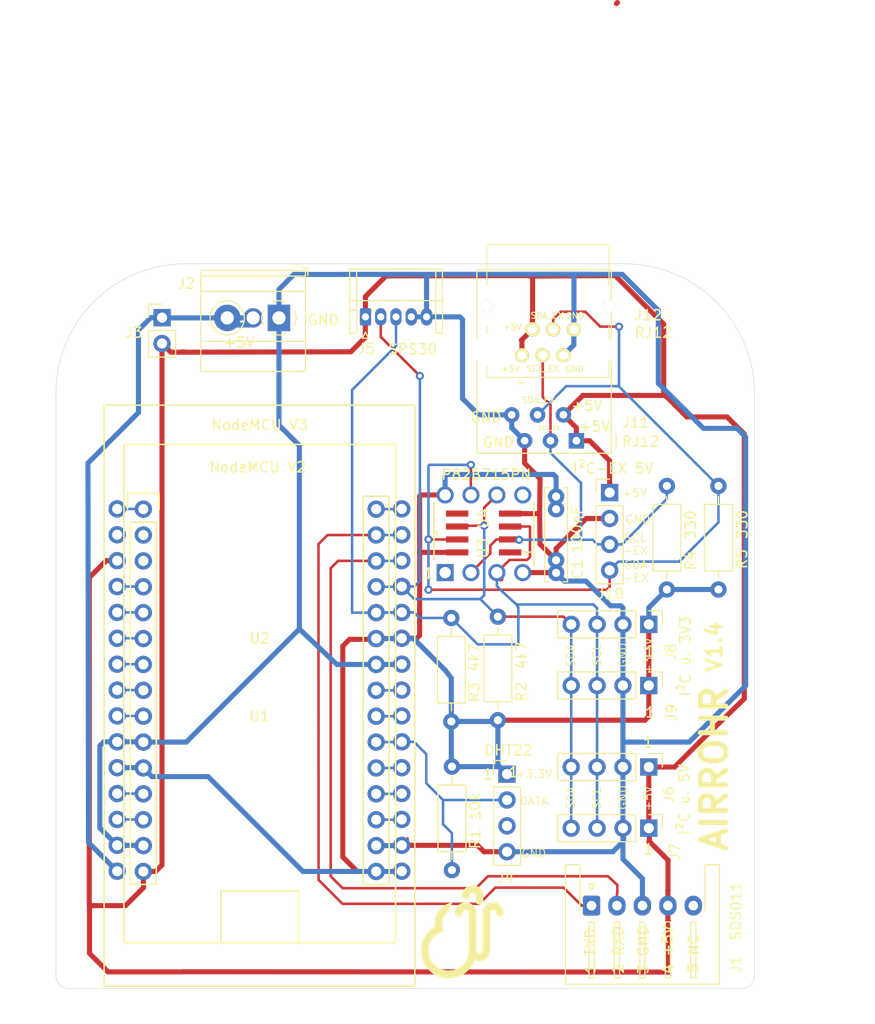
<source format=kicad_pcb>
(kicad_pcb (version 20171130) (host pcbnew "(5.1.5)-3")

  (general
    (thickness 1.6)
    (drawings 61)
    (tracks 443)
    (zones 0)
    (modules 26)
    (nets 34)
  )

  (page A4)
  (layers
    (0 F.Cu signal)
    (31 B.Cu signal)
    (32 B.Adhes user)
    (33 F.Adhes user)
    (34 B.Paste user)
    (35 F.Paste user)
    (36 B.SilkS user)
    (37 F.SilkS user)
    (38 B.Mask user)
    (39 F.Mask user)
    (40 Dwgs.User user)
    (41 Cmts.User user)
    (42 Eco1.User user)
    (43 Eco2.User user)
    (44 Edge.Cuts user)
    (45 Margin user)
    (46 B.CrtYd user)
    (47 F.CrtYd user)
    (48 B.Fab user)
    (49 F.Fab user)
  )

  (setup
    (last_trace_width 0.25)
    (user_trace_width 0.5)
    (trace_clearance 0.2)
    (zone_clearance 0.508)
    (zone_45_only no)
    (trace_min 0.2)
    (via_size 0.8)
    (via_drill 0.4)
    (via_min_size 0.4)
    (via_min_drill 0.3)
    (uvia_size 0.3)
    (uvia_drill 0.1)
    (uvias_allowed no)
    (uvia_min_size 0.2)
    (uvia_min_drill 0.1)
    (edge_width 0.05)
    (segment_width 0.2)
    (pcb_text_width 0.3)
    (pcb_text_size 1.5 1.5)
    (mod_edge_width 0.12)
    (mod_text_size 1 1)
    (mod_text_width 0.15)
    (pad_size 1.524 1.524)
    (pad_drill 0.762)
    (pad_to_mask_clearance 0.051)
    (solder_mask_min_width 0.25)
    (aux_axis_origin 0 0)
    (visible_elements 7FFFFFFF)
    (pcbplotparams
      (layerselection 0x010fc_ffffffff)
      (usegerberextensions false)
      (usegerberattributes false)
      (usegerberadvancedattributes false)
      (creategerberjobfile false)
      (excludeedgelayer true)
      (linewidth 0.100000)
      (plotframeref false)
      (viasonmask false)
      (mode 1)
      (useauxorigin false)
      (hpglpennumber 1)
      (hpglpenspeed 20)
      (hpglpendiameter 15.000000)
      (psnegative false)
      (psa4output false)
      (plotreference true)
      (plotvalue true)
      (plotinvisibletext false)
      (padsonsilk false)
      (subtractmaskfromsilk false)
      (outputformat 1)
      (mirror false)
      (drillshape 0)
      (scaleselection 1)
      (outputdirectory "Gerber/"))
  )

  (net 0 "")
  (net 1 "Net-(U2-Pad3)")
  (net 2 "Net-(U2-Pad2)")
  (net 3 "Net-(U1-Pad30)")
  (net 4 "Net-(U1-Pad23)")
  (net 5 "Net-(U1-Pad22)")
  (net 6 "Net-(U1-Pad20)")
  (net 7 "Net-(U1-Pad19)")
  (net 8 "Net-(U1-Pad18)")
  (net 9 "Net-(U1-Pad13)")
  (net 10 "Net-(U1-Pad12)")
  (net 11 "Net-(U1-Pad9)")
  (net 12 "Net-(U1-Pad8)")
  (net 13 "Net-(U1-Pad7)")
  (net 14 "Net-(U1-Pad6)")
  (net 15 "Net-(U1-Pad5)")
  (net 16 "Net-(U1-Pad4)")
  (net 17 "Net-(U1-Pad2)")
  (net 18 "Net-(U1-Pad1)")
  (net 19 GND)
  (net 20 +3V3)
  (net 21 "Net-(J2-Pad2)")
  (net 22 TXD)
  (net 23 RXD)
  (net 24 +5V)
  (net 25 "Net-(J4-Pad3)")
  (net 26 "Net-(J4-Pad2)")
  (net 27 SDA)
  (net 28 SCL)
  (net 29 SDA-EX)
  (net 30 SCL-EX)
  (net 31 "Net-(U3-Pad5)")
  (net 32 "Net-(U3-Pad1)")
  (net 33 "Net-(J1-Pad5)")

  (net_class Default "Dies ist die voreingestellte Netzklasse."
    (clearance 0.2)
    (trace_width 0.25)
    (via_dia 0.8)
    (via_drill 0.4)
    (uvia_dia 0.3)
    (uvia_drill 0.1)
    (add_net +3V3)
    (add_net +5V)
    (add_net GND)
    (add_net "Net-(J1-Pad5)")
    (add_net "Net-(J2-Pad2)")
    (add_net "Net-(J4-Pad2)")
    (add_net "Net-(J4-Pad3)")
    (add_net "Net-(U1-Pad1)")
    (add_net "Net-(U1-Pad12)")
    (add_net "Net-(U1-Pad13)")
    (add_net "Net-(U1-Pad18)")
    (add_net "Net-(U1-Pad19)")
    (add_net "Net-(U1-Pad2)")
    (add_net "Net-(U1-Pad20)")
    (add_net "Net-(U1-Pad22)")
    (add_net "Net-(U1-Pad23)")
    (add_net "Net-(U1-Pad30)")
    (add_net "Net-(U1-Pad4)")
    (add_net "Net-(U1-Pad5)")
    (add_net "Net-(U1-Pad6)")
    (add_net "Net-(U1-Pad7)")
    (add_net "Net-(U1-Pad8)")
    (add_net "Net-(U1-Pad9)")
    (add_net "Net-(U2-Pad2)")
    (add_net "Net-(U2-Pad3)")
    (add_net "Net-(U3-Pad1)")
    (add_net "Net-(U3-Pad5)")
    (add_net RXD)
    (add_net SCL)
    (add_net SCL-EX)
    (add_net SDA)
    (add_net SDA-EX)
    (add_net TXD)
  )

  (module "logos eigene:logo luftdaten.info" (layer F.Cu) (tedit 0) (tstamp 5F48D5C7)
    (at 179.62626 83.33994 90)
    (fp_text reference G*** (at 0 0 90) (layer F.SilkS) hide
      (effects (font (size 1.524 1.524) (thickness 0.3)))
    )
    (fp_text value LOGO (at 0.75 0 90) (layer F.SilkS) hide
      (effects (font (size 1.524 1.524) (thickness 0.3)))
    )
    (fp_poly (pts (xy -1.565841 -4.056015) (xy -1.317239 -4.033177) (xy -1.102881 -3.99716) (xy -0.934086 -3.949639)
      (xy -0.867104 -3.920432) (xy -0.797179 -3.887719) (xy -0.752941 -3.873703) (xy -0.752584 -3.873696)
      (xy -0.715556 -3.858675) (xy -0.637565 -3.818604) (xy -0.532343 -3.760689) (xy -0.475401 -3.72821)
      (xy -0.253398 -3.580766) (xy -0.030355 -3.398154) (xy 0.175131 -3.197431) (xy 0.34446 -2.995651)
      (xy 0.383087 -2.940949) (xy 0.519954 -2.737653) (xy 0.823539 -2.739073) (xy 1.014446 -2.733309)
      (xy 1.20223 -2.715883) (xy 1.370061 -2.689217) (xy 1.501108 -2.655731) (xy 1.553857 -2.634019)
      (xy 1.610256 -2.606371) (xy 1.69982 -2.56433) (xy 1.757984 -2.537605) (xy 1.837339 -2.494252)
      (xy 1.940192 -2.42819) (xy 2.054325 -2.348565) (xy 2.167518 -2.264525) (xy 2.267553 -2.185219)
      (xy 2.342211 -2.119793) (xy 2.379273 -2.077397) (xy 2.38125 -2.070981) (xy 2.40089 -2.033861)
      (xy 2.448955 -1.974336) (xy 2.45675 -1.965803) (xy 2.521468 -1.880933) (xy 2.597253 -1.759371)
      (xy 2.674097 -1.62) (xy 2.741994 -1.481701) (xy 2.790935 -1.363357) (xy 2.808698 -1.30175)
      (xy 2.833377 -1.203367) (xy 2.86406 -1.120519) (xy 2.864688 -1.119236) (xy 2.886783 -1.054635)
      (xy 2.867193 -1.030406) (xy 2.802934 -1.046014) (xy 2.708902 -1.091298) (xy 2.53708 -1.178586)
      (xy 2.398713 -1.237767) (xy 2.274544 -1.27614) (xy 2.162556 -1.29836) (xy 2.041375 -1.327808)
      (xy 1.966039 -1.374101) (xy 1.94397 -1.400486) (xy 1.810212 -1.570327) (xy 1.660971 -1.709484)
      (xy 1.480606 -1.83019) (xy 1.253473 -1.944683) (xy 1.241223 -1.950189) (xy 1.17739 -1.964837)
      (xy 1.068048 -1.976347) (xy 0.931167 -1.983173) (xy 0.844348 -1.984375) (xy 0.670975 -1.980877)
      (xy 0.537741 -1.96662) (xy 0.421488 -1.935964) (xy 0.29906 -1.883267) (xy 0.185601 -1.823898)
      (xy 0.114318 -1.787958) (xy 0.079266 -1.790568) (xy 0.061894 -1.8412) (xy 0.053405 -1.891403)
      (xy 0.01843 -2.014279) (xy -0.047127 -2.167826) (xy -0.133581 -2.333613) (xy -0.231245 -2.493214)
      (xy -0.330431 -2.6282) (xy -0.339618 -2.639117) (xy -0.510617 -2.816014) (xy -0.702193 -2.975248)
      (xy -0.894285 -3.100954) (xy -0.976772 -3.142915) (xy -1.07413 -3.187951) (xy -1.153631 -3.226032)
      (xy -1.180027 -3.239382) (xy -1.280464 -3.274188) (xy -1.42871 -3.301735) (xy -1.609323 -3.320406)
      (xy -1.806865 -3.328584) (xy -1.997896 -3.325072) (xy -2.305222 -3.290357) (xy -2.576341 -3.216353)
      (xy -2.828832 -3.097527) (xy -2.940375 -3.028412) (xy -3.061828 -2.935862) (xy -3.194129 -2.815978)
      (xy -3.322256 -2.684331) (xy -3.431189 -2.556494) (xy -3.505907 -2.448037) (xy -3.513079 -2.434708)
      (xy -3.552731 -2.363105) (xy -3.582016 -2.320158) (xy -3.584541 -2.31775) (xy -3.610798 -2.275609)
      (xy -3.64871 -2.190338) (xy -3.691605 -2.079605) (xy -3.732813 -1.961079) (xy -3.765663 -1.852429)
      (xy -3.776329 -1.80975) (xy -3.795904 -1.679014) (xy -3.805599 -1.516921) (xy -3.806202 -1.338013)
      (xy -3.798498 -1.156836) (xy -3.783273 -0.987934) (xy -3.761314 -0.845849) (xy -3.733405 -0.745126)
      (xy -3.717138 -0.714375) (xy -3.690876 -0.665198) (xy -3.656907 -0.585669) (xy -3.651436 -0.5715)
      (xy -3.540224 -0.350186) (xy -3.380036 -0.129409) (xy -3.183927 0.076703) (xy -2.964951 0.254024)
      (xy -2.788576 0.36226) (xy -2.700445 0.408342) (xy -2.620261 0.44814) (xy -2.542816 0.482114)
      (xy -2.462902 0.510726) (xy -2.375312 0.534436) (xy -2.27484 0.553704) (xy -2.156276 0.568992)
      (xy -2.014414 0.580759) (xy -1.844047 0.589466) (xy -1.639966 0.595575) (xy -1.396965 0.599545)
      (xy -1.109836 0.601837) (xy -0.773371 0.602912) (xy -0.382364 0.60323) (xy -0.064116 0.60325)
      (xy 1.959227 0.60325) (xy 2.043238 0.525391) (xy 2.101492 0.453931) (xy 2.124914 0.366812)
      (xy 2.12725 0.308675) (xy 2.104708 0.17746) (xy 2.034799 0.08526) (xy 1.914092 0.028537)
      (xy 1.841143 0.013471) (xy 1.683199 -0.04006) (xy 1.595437 -0.10547) (xy 1.531721 -0.174535)
      (xy 1.501541 -0.241854) (xy 1.493322 -0.336666) (xy 1.493306 -0.363416) (xy 1.510159 -0.504076)
      (xy 1.565616 -0.6062) (xy 1.67029 -0.686096) (xy 1.719859 -0.711514) (xy 1.781224 -0.737778)
      (xy 1.835582 -0.748651) (xy 1.902144 -0.743714) (xy 2.00012 -0.722548) (xy 2.074565 -0.703785)
      (xy 2.333759 -0.610198) (xy 2.545053 -0.475379) (xy 2.707162 -0.300966) (xy 2.818799 -0.088597)
      (xy 2.878679 0.160088) (xy 2.88925 0.334133) (xy 2.885967 0.457824) (xy 2.877226 0.555527)
      (xy 2.864688 0.611179) (xy 2.859942 0.617615) (xy 2.83227 0.659272) (xy 2.811117 0.724594)
      (xy 2.771092 0.81351) (xy 2.692742 0.922665) (xy 2.590162 1.03646) (xy 2.477445 1.139293)
      (xy 2.368687 1.215565) (xy 2.366352 1.216878) (xy 2.311647 1.246207) (xy 2.256877 1.271398)
      (xy 2.196981 1.292768) (xy 2.126896 1.310628) (xy 2.041559 1.325293) (xy 1.935909 1.337076)
      (xy 1.804881 1.346291) (xy 1.643414 1.353251) (xy 1.446444 1.358271) (xy 1.208911 1.361663)
      (xy 0.92575 1.363742) (xy 0.591899 1.36482) (xy 0.202297 1.365213) (xy -0.028677 1.36525)
      (xy -1.959228 1.36525) (xy -2.043239 1.443108) (xy -2.109953 1.544723) (xy -2.128818 1.668151)
      (xy -2.098854 1.792361) (xy -2.062309 1.851995) (xy -1.997368 1.934555) (xy 0.057003 1.94359)
      (xy 2.111375 1.952625) (xy 2.309076 2.059087) (xy 2.526516 2.207762) (xy 2.695536 2.388592)
      (xy 2.81486 2.593483) (xy 2.883212 2.81434) (xy 2.899316 3.043068) (xy 2.861895 3.271571)
      (xy 2.769673 3.491756) (xy 2.621373 3.695527) (xy 2.574675 3.74365) (xy 2.416079 3.871883)
      (xy 2.245211 3.9531) (xy 2.045842 3.993382) (xy 1.889409 4.0005) (xy 1.767311 3.998186)
      (xy 1.688915 3.987488) (xy 1.634481 3.962769) (xy 1.58427 3.918391) (xy 1.577565 3.91145)
      (xy 1.522319 3.839521) (xy 1.497264 3.75818) (xy 1.49225 3.66339) (xy 1.511236 3.528784)
      (xy 1.572601 3.426203) (xy 1.682949 3.348851) (xy 1.848886 3.289931) (xy 1.857375 3.287706)
      (xy 1.965206 3.253029) (xy 2.050309 3.213518) (xy 2.087562 3.184724) (xy 2.115913 3.109006)
      (xy 2.12617 3.002284) (xy 2.11761 2.894634) (xy 2.09617 2.827002) (xy 2.079926 2.801369)
      (xy 2.057568 2.779392) (xy 2.024417 2.76079) (xy 1.975794 2.745282) (xy 1.90702 2.73259)
      (xy 1.813416 2.722432) (xy 1.690303 2.714528) (xy 1.533001 2.708598) (xy 1.336833 2.704363)
      (xy 1.097118 2.701541) (xy 0.809179 2.699853) (xy 0.468335 2.699019) (xy 0.069908 2.698758)
      (xy -0.045693 2.69875) (xy -0.469082 2.698649) (xy -0.83396 2.698054) (xy -1.145318 2.696521)
      (xy -1.408144 2.693608) (xy -1.627428 2.688871) (xy -1.80816 2.681868) (xy -1.95533 2.672157)
      (xy -2.073925 2.659294) (xy -2.168937 2.642837) (xy -2.245355 2.622343) (xy -2.308168 2.59737)
      (xy -2.362366 2.567475) (xy -2.412938 2.532215) (xy -2.464874 2.491148) (xy -2.474579 2.483246)
      (xy -2.614241 2.361804) (xy -2.709305 2.258787) (xy -2.770444 2.161354) (xy -2.796862 2.0955)
      (xy -2.828424 2.013607) (xy -2.857924 1.958363) (xy -2.861336 1.954212) (xy -2.879525 1.901053)
      (xy -2.888546 1.803403) (xy -2.889017 1.679513) (xy -2.881557 1.547632) (xy -2.866785 1.426013)
      (xy -2.84532 1.332905) (xy -2.839766 1.31807) (xy -2.811001 1.242515) (xy -2.799149 1.19737)
      (xy -2.800078 1.192684) (xy -2.832012 1.176786) (xy -2.903897 1.143195) (xy -2.968625 1.113552)
      (xy -3.223259 0.977037) (xy -3.477749 0.802989) (xy -3.716669 0.604248) (xy -3.924595 0.393653)
      (xy -4.086103 0.184045) (xy -4.087065 0.182563) (xy -4.140394 0.102043) (xy -4.179727 0.045836)
      (xy -4.191025 0.03175) (xy -4.212073 -0.003151) (xy -4.251075 -0.078989) (xy -4.297335 -0.174625)
      (xy -4.348713 -0.282521) (xy -4.39312 -0.373902) (xy -4.418163 -0.423598) (xy -4.45749 -0.53336)
      (xy -4.489841 -0.693235) (xy -4.514613 -0.890157) (xy -4.531199 -1.111059) (xy -4.538996 -1.342876)
      (xy -4.537398 -1.57254) (xy -4.5258 -1.786987) (xy -4.503598 -1.973148) (xy -4.492623 -2.03201)
      (xy -4.388724 -2.376927) (xy -4.227775 -2.709983) (xy -4.016081 -3.023636) (xy -3.759947 -3.31034)
      (xy -3.465675 -3.562553) (xy -3.139572 -3.77273) (xy -2.964491 -3.86064) (xy -2.746098 -3.947217)
      (xy -2.521146 -4.007765) (xy -2.27381 -4.045139) (xy -1.988269 -4.062193) (xy -1.837369 -4.064001)
      (xy -1.565841 -4.056015)) (layer F.SilkS) (width 0.01))
    (fp_poly (pts (xy 3.755629 -0.03606) (xy 3.871683 0.002212) (xy 4.097614 0.110327) (xy 4.27774 0.249729)
      (xy 4.426716 0.4323) (xy 4.453253 0.473728) (xy 4.487682 0.540871) (xy 4.51058 0.619788)
      (xy 4.525016 0.726784) (xy 4.53406 0.878168) (xy 4.535286 0.909596) (xy 4.537266 1.113001)
      (xy 4.523232 1.270547) (xy 4.488965 1.398772) (xy 4.430247 1.514211) (xy 4.354285 1.61925)
      (xy 4.273477 1.716965) (xy 4.206338 1.784904) (xy 4.131735 1.840592) (xy 4.028534 1.901555)
      (xy 3.984625 1.925804) (xy 3.916944 1.960762) (xy 3.854035 1.985235) (xy 3.782166 2.001411)
      (xy 3.687606 2.011476) (xy 3.556626 2.017619) (xy 3.381375 2.021907) (xy 3.214459 2.023229)
      (xy 3.065978 2.020556) (xy 2.949677 2.014413) (xy 2.879303 2.005325) (xy 2.869822 2.002375)
      (xy 2.766293 1.926587) (xy 2.696847 1.812856) (xy 2.665267 1.679046) (xy 2.675339 1.54302)
      (xy 2.730848 1.422644) (xy 2.743613 1.406707) (xy 2.779182 1.368688) (xy 2.817056 1.342664)
      (xy 2.870169 1.325585) (xy 2.951458 1.314403) (xy 3.073859 1.306066) (xy 3.196051 1.300052)
      (xy 3.411253 1.285932) (xy 3.570859 1.263741) (xy 3.682656 1.229282) (xy 3.754431 1.178355)
      (xy 3.793968 1.106763) (xy 3.809054 1.010307) (xy 3.81 0.969019) (xy 3.783001 0.849033)
      (xy 3.711114 0.755944) (xy 3.608001 0.704322) (xy 3.556326 0.6985) (xy 3.456787 0.680598)
      (xy 3.37232 0.64295) (xy 3.261692 0.556816) (xy 3.20078 0.464004) (xy 3.177515 0.343179)
      (xy 3.176056 0.295999) (xy 3.179689 0.19416) (xy 3.200443 0.128176) (xy 3.250616 0.070586)
      (xy 3.293359 0.034061) (xy 3.424075 -0.040845) (xy 3.575947 -0.064097) (xy 3.755629 -0.03606)) (layer F.SilkS) (width 0.01))
  )

  (module Connector_RJ:RJ12_Pulse_E5566Q0LK22L (layer F.Cu) (tedit 5DD16D65) (tstamp 5F0D26FF)
    (at 187.9981 22.71776 180)
    (descr E5566-Q0LK22-L)
    (tags Connector)
    (path /5F0D5676)
    (fp_text reference J12 (at -9.85012 -0.1016) (layer F.SilkS)
      (effects (font (size 1 1) (thickness 0.15)))
    )
    (fp_text value RJ12 (at -10.34542 -1.8161) (layer F.SilkS)
      (effects (font (size 1 1) (thickness 0.15)))
    )
    (fp_line (start -6 -6.2) (end 6 -6.2) (layer Dwgs.User) (width 0.2))
    (fp_line (start 6 -6.2) (end 6 6.8) (layer Dwgs.User) (width 0.2))
    (fp_line (start 6 6.8) (end -6 6.8) (layer Dwgs.User) (width 0.2))
    (fp_line (start -6 6.8) (end -6 -6.2) (layer Dwgs.User) (width 0.2))
    (fp_line (start -8.2 -7.8) (end 8.2 -7.8) (layer Dwgs.User) (width 0.1))
    (fp_line (start 8.2 -7.8) (end 8.2 7.8) (layer Dwgs.User) (width 0.1))
    (fp_line (start 8.2 7.8) (end -8.2 7.8) (layer Dwgs.User) (width 0.1))
    (fp_line (start -8.2 7.8) (end -8.2 -7.8) (layer Dwgs.User) (width 0.1))
    (fp_line (start -6 -1.2) (end -6 -6.2) (layer F.SilkS) (width 0.1))
    (fp_line (start -6 -6.2) (end 6 -6.2) (layer F.SilkS) (width 0.1))
    (fp_line (start 6 -6.2) (end 6 -1.2) (layer F.SilkS) (width 0.1))
    (fp_line (start -6 2.8) (end -6 6.8) (layer F.SilkS) (width 0.1))
    (fp_line (start -6 6.8) (end 6 6.8) (layer F.SilkS) (width 0.1))
    (fp_line (start 6 6.8) (end 6 2.8) (layer F.SilkS) (width 0.1))
    (fp_line (start 2.5 -6.7) (end 2.5 -6.7) (layer F.SilkS) (width 0.2))
    (fp_line (start 2.7 -6.7) (end 2.7 -6.7) (layer F.SilkS) (width 0.2))
    (fp_arc (start 2.6 -6.7) (end 2.5 -6.7) (angle 180) (layer F.SilkS) (width 0.2))
    (fp_arc (start 2.6 -6.7) (end 2.7 -6.7) (angle 180) (layer F.SilkS) (width 0.2))
    (pad 1 thru_hole circle (at 2.55 -4.04 270) (size 1.4 1.4) (drill 0.9) (layers *.Cu *.Mask F.SilkS)
      (net 24 +5V))
    (pad 2 thru_hole circle (at 1.53 -1.5 270) (size 1.4 1.4) (drill 0.9) (layers *.Cu *.Mask F.SilkS)
      (net 24 +5V))
    (pad 3 thru_hole circle (at 0.51 -4.04 270) (size 1.4 1.4) (drill 0.9) (layers *.Cu *.Mask F.SilkS)
      (net 30 SCL-EX))
    (pad 4 thru_hole circle (at -0.51 -1.5 270) (size 1.4 1.4) (drill 0.9) (layers *.Cu *.Mask F.SilkS)
      (net 29 SDA-EX))
    (pad 5 thru_hole circle (at -1.53 -4.04 270) (size 1.4 1.4) (drill 0.9) (layers *.Cu *.Mask F.SilkS)
      (net 19 GND))
    (pad 6 thru_hole circle (at -2.55 -1.5 270) (size 1.4 1.4) (drill 0.9) (layers *.Cu *.Mask F.SilkS)
      (net 19 GND))
    (pad 7 thru_hole circle (at -6 0.8 270) (size 1.2 1.2) (drill 2.4) (layers *.Cu *.Mask F.SilkS))
    (pad 8 thru_hole circle (at 6 0.8 270) (size 1.2 1.2) (drill 2.4) (layers *.Cu *.Mask F.SilkS))
    (model "${KISYS3DMOD}/Connector_RJ.3dshapes/RJ12_Pulse_615006138421 (rev1).wrl"
      (offset (xyz 0 -0.25 7))
      (scale (xyz 0.39 0.39 0.39))
      (rotate (xyz 0 0 0))
    )
  )

  (module Connector_RJ:RJ12_Amphenol_54601 (layer F.Cu) (tedit 5AE2E32D) (tstamp 5DD1C616)
    (at 190.7921 35.14472 180)
    (descr "RJ12 connector  https://cdn.amphenol-icc.com/media/wysiwyg/files/drawing/c-bmj-0082.pdf")
    (tags "RJ12 connector")
    (path /5DD2A5C7)
    (fp_text reference J11 (at -5.83438 1.79706) (layer F.SilkS)
      (effects (font (size 1 1) (thickness 0.15)))
    )
    (fp_text value RJ12 (at 0.98044 5.26162) (layer F.Fab)
      (effects (font (size 1 1) (thickness 0.15)))
    )
    (fp_text user %R (at 8.45058 3.80112) (layer F.Fab)
      (effects (font (size 1 1) (thickness 0.15)))
    )
    (fp_line (start -3.43 16.77) (end -3.43 0.52) (layer F.Fab) (width 0.1))
    (fp_line (start -3.43 -1.23) (end 9.77 -1.23) (layer F.Fab) (width 0.1))
    (fp_line (start 9.77 -1.23) (end 9.77 16.77) (layer F.Fab) (width 0.1))
    (fp_line (start 9.77 16.77) (end -3.43 16.77) (layer F.Fab) (width 0.1))
    (fp_line (start -4.04 -1.73) (end 10.38 -1.73) (layer F.CrtYd) (width 0.05))
    (fp_line (start 10.38 -1.73) (end 10.38 17.27) (layer F.CrtYd) (width 0.05))
    (fp_line (start 10.38 17.27) (end -4.04 17.27) (layer F.CrtYd) (width 0.05))
    (fp_line (start -4.04 17.27) (end -4.04 -1.73) (layer F.CrtYd) (width 0.05))
    (fp_line (start -3.43 -1.23) (end 9.77 -1.23) (layer F.SilkS) (width 0.12))
    (fp_line (start 9.77 -1.23) (end 9.77 7.79) (layer F.SilkS) (width 0.12))
    (fp_line (start 9.77 16.65) (end 9.77 16.77) (layer F.SilkS) (width 0.1))
    (fp_line (start 9.77 16.77) (end 9.77 9.99) (layer F.SilkS) (width 0.12))
    (fp_line (start 9.77 16.76) (end 9.77 16.77) (layer F.SilkS) (width 0.1))
    (fp_line (start 9.77 16.77) (end -3.43 16.77) (layer F.SilkS) (width 0.12))
    (fp_line (start -3.43 16.77) (end -3.43 9.99) (layer F.SilkS) (width 0.12))
    (fp_line (start -3.43 7.72) (end -3.43 7.79) (layer F.SilkS) (width 0.1))
    (fp_line (start -3.43 7.79) (end -3.43 -1.23) (layer F.SilkS) (width 0.12))
    (fp_line (start -3.9 0.77) (end -3.9 -0.76) (layer F.SilkS) (width 0.12))
    (fp_line (start -3.43 0.52) (end -2.93 0.02) (layer F.Fab) (width 0.1))
    (fp_line (start -2.93 0.02) (end -3.43 -0.48) (layer F.Fab) (width 0.1))
    (fp_line (start -3.43 -0.48) (end -3.43 -1.23) (layer F.Fab) (width 0.1))
    (pad 1 thru_hole rect (at 0 0 180) (size 1.52 1.52) (drill 0.76) (layers *.Cu *.Mask)
      (net 24 +5V))
    (pad "" np_thru_hole circle (at -1.91 8.89 180) (size 3.25 3.25) (drill 3.25) (layers *.Cu *.Mask))
    (pad 2 thru_hole circle (at 1.27 2.54 180) (size 1.52 1.52) (drill 0.76) (layers *.Cu *.Mask)
      (net 24 +5V))
    (pad 3 thru_hole circle (at 2.54 0 180) (size 1.52 1.52) (drill 0.76) (layers *.Cu *.Mask)
      (net 30 SCL-EX))
    (pad 4 thru_hole circle (at 3.81 2.54 180) (size 1.52 1.52) (drill 0.76) (layers *.Cu *.Mask)
      (net 29 SDA-EX))
    (pad 5 thru_hole circle (at 5.08 0 180) (size 1.52 1.52) (drill 0.76) (layers *.Cu *.Mask)
      (net 19 GND))
    (pad 6 thru_hole circle (at 6.35 2.54 180) (size 1.52 1.52) (drill 0.76) (layers *.Cu *.Mask)
      (net 19 GND))
    (pad "" np_thru_hole circle (at 8.25 8.89 180) (size 3.25 3.25) (drill 3.25) (layers *.Cu *.Mask))
    (model ${KISYS3DMOD}/Connector_RJ.3dshapes/RJ12_Amphenol_54601.wrl
      (offset (xyz 3 -17 0))
      (scale (xyz 0.4 0.4 0.4))
      (rotate (xyz -90 0 0))
    )
  )

  (module Resistor_THT:R_Axial_DIN0207_L6.3mm_D2.5mm_P10.16mm_Horizontal (layer F.Cu) (tedit 5AE5139B) (tstamp 5D090604)
    (at 204.74102 49.74336 90)
    (descr "Resistor, Axial_DIN0207 series, Axial, Horizontal, pin pitch=10.16mm, 0.25W = 1/4W, length*diameter=6.3*2.5mm^2, http://cdn-reichelt.de/documents/datenblatt/B400/1_4W%23YAG.pdf")
    (tags "Resistor Axial_DIN0207 series Axial Horizontal pin pitch 10.16mm 0.25W = 1/4W length 6.3mm diameter 2.5mm")
    (path /5D10BCCF)
    (fp_text reference R5 (at 2.9845 2.30708 90) (layer F.SilkS)
      (effects (font (size 1 1) (thickness 0.15)))
    )
    (fp_text value 330 (at 6.38302 2.3401 90) (layer F.SilkS)
      (effects (font (size 1 1) (thickness 0.15)))
    )
    (fp_text user %R (at 5.08 0 90) (layer F.Fab)
      (effects (font (size 1 1) (thickness 0.15)))
    )
    (fp_line (start 11.21 -1.5) (end -1.05 -1.5) (layer F.CrtYd) (width 0.05))
    (fp_line (start 11.21 1.5) (end 11.21 -1.5) (layer F.CrtYd) (width 0.05))
    (fp_line (start -1.05 1.5) (end 11.21 1.5) (layer F.CrtYd) (width 0.05))
    (fp_line (start -1.05 -1.5) (end -1.05 1.5) (layer F.CrtYd) (width 0.05))
    (fp_line (start 9.12 0) (end 8.35 0) (layer F.SilkS) (width 0.12))
    (fp_line (start 1.04 0) (end 1.81 0) (layer F.SilkS) (width 0.12))
    (fp_line (start 8.35 -1.37) (end 1.81 -1.37) (layer F.SilkS) (width 0.12))
    (fp_line (start 8.35 1.37) (end 8.35 -1.37) (layer F.SilkS) (width 0.12))
    (fp_line (start 1.81 1.37) (end 8.35 1.37) (layer F.SilkS) (width 0.12))
    (fp_line (start 1.81 -1.37) (end 1.81 1.37) (layer F.SilkS) (width 0.12))
    (fp_line (start 10.16 0) (end 8.23 0) (layer F.Fab) (width 0.1))
    (fp_line (start 0 0) (end 1.93 0) (layer F.Fab) (width 0.1))
    (fp_line (start 8.23 -1.25) (end 1.93 -1.25) (layer F.Fab) (width 0.1))
    (fp_line (start 8.23 1.25) (end 8.23 -1.25) (layer F.Fab) (width 0.1))
    (fp_line (start 1.93 1.25) (end 8.23 1.25) (layer F.Fab) (width 0.1))
    (fp_line (start 1.93 -1.25) (end 1.93 1.25) (layer F.Fab) (width 0.1))
    (pad 2 thru_hole oval (at 10.16 0 90) (size 1.6 1.6) (drill 0.8) (layers *.Cu *.Mask)
      (net 29 SDA-EX))
    (pad 1 thru_hole circle (at 0 0 90) (size 1.6 1.6) (drill 0.8) (layers *.Cu *.Mask)
      (net 20 +3V3))
    (model ${KISYS3DMOD}/Resistor_THT.3dshapes/R_Axial_DIN0207_L6.3mm_D2.5mm_P10.16mm_Horizontal.wrl
      (at (xyz 0 0 0))
      (scale (xyz 1 1 1))
      (rotate (xyz 0 0 0))
    )
  )

  (module ScrewTerminalBlock:TerminalBlock_1x02_P2,54mm_P5.08mm_Horizontal (layer F.Cu) (tedit 5EC50735) (tstamp 5D07EC4D)
    (at 161.5948 23.0886 180)
    (descr "Terminal Block 2.54_5.08, 2 pins, pitch 2.54mm 5.08mm, size 10.2x9.8mm^2, drill diamater 1.3mm, pad diameter 2.6mm, see http://www.farnell.com/datasheets/100425.pdf, script-generated using https://github.com/pointhi/kicad-footprint-generator/scripts/TerminalBlock_Phoenix")
    (tags "THT Terminal Block pitch 2.54mm 5.08mm size 10.2x9.8mm^2 drill 1.3mm pad 2.6mm")
    (path /5D0B783F)
    (fp_text reference J2 (at 9.11352 3.37312) (layer F.SilkS)
      (effects (font (size 1 1) (thickness 0.15)))
    )
    (fp_text value Screw_Terminal_01x02 (at 2.54 5.66) (layer F.Fab)
      (effects (font (size 1 1) (thickness 0.15)))
    )
    (fp_arc (start 0 0) (end 0 1.68) (angle -24) (layer F.SilkS) (width 0.12))
    (fp_arc (start 0 0) (end 1.535 0.684) (angle -48) (layer F.SilkS) (width 0.12))
    (fp_arc (start 0 0) (end 0.684 -1.535) (angle -48) (layer F.SilkS) (width 0.12))
    (fp_arc (start 0 0) (end -1.535 -0.684) (angle -48) (layer F.SilkS) (width 0.12))
    (fp_arc (start 0 0) (end -0.684 1.535) (angle -25) (layer F.SilkS) (width 0.12))
    (fp_circle (center 0 0) (end 1.5 0) (layer F.Fab) (width 0.1))
    (fp_circle (center 5.08 0) (end 6.58 0) (layer F.Fab) (width 0.1))
    (fp_circle (center 5.08 0) (end 6.76 0) (layer F.SilkS) (width 0.12))
    (fp_line (start -2.54 -5.2) (end 7.62 -5.2) (layer F.Fab) (width 0.1))
    (fp_line (start 7.62 -5.2) (end 7.62 4.6) (layer F.Fab) (width 0.1))
    (fp_line (start 7.62 4.6) (end -2.04 4.6) (layer F.Fab) (width 0.1))
    (fp_line (start -2.04 4.6) (end -2.54 4.1) (layer F.Fab) (width 0.1))
    (fp_line (start -2.54 4.1) (end -2.54 -5.2) (layer F.Fab) (width 0.1))
    (fp_line (start -2.54 4.1) (end 7.62 4.1) (layer F.Fab) (width 0.1))
    (fp_line (start -2.6 4.1) (end 7.68 4.1) (layer F.SilkS) (width 0.12))
    (fp_line (start -2.54 2.6) (end 7.62 2.6) (layer F.Fab) (width 0.1))
    (fp_line (start -2.6 2.6) (end 7.68 2.6) (layer F.SilkS) (width 0.12))
    (fp_line (start -2.54 -2.3) (end 7.62 -2.3) (layer F.Fab) (width 0.1))
    (fp_line (start -2.6 -2.301) (end 7.68 -2.301) (layer F.SilkS) (width 0.12))
    (fp_line (start -2.6 -5.261) (end 7.68 -5.261) (layer F.SilkS) (width 0.12))
    (fp_line (start -2.6 4.66) (end 7.68 4.66) (layer F.SilkS) (width 0.12))
    (fp_line (start -2.6 -5.261) (end -2.6 4.66) (layer F.SilkS) (width 0.12))
    (fp_line (start 7.68 -5.261) (end 7.68 4.66) (layer F.SilkS) (width 0.12))
    (fp_line (start 1.138 -0.955) (end -0.955 1.138) (layer F.Fab) (width 0.1))
    (fp_line (start 0.955 -1.138) (end -1.138 0.955) (layer F.Fab) (width 0.1))
    (fp_line (start 6.218 -0.955) (end 4.126 1.138) (layer F.Fab) (width 0.1))
    (fp_line (start 6.035 -1.138) (end 3.943 0.955) (layer F.Fab) (width 0.1))
    (fp_line (start 6.355 -1.069) (end 6.308 -1.023) (layer F.SilkS) (width 0.12))
    (fp_line (start 4.046 1.239) (end 4.011 1.274) (layer F.SilkS) (width 0.12))
    (fp_line (start 6.15 -1.275) (end 6.115 -1.239) (layer F.SilkS) (width 0.12))
    (fp_line (start 3.853 1.023) (end 3.806 1.069) (layer F.SilkS) (width 0.12))
    (fp_line (start -2.84 4.16) (end -2.84 4.9) (layer F.SilkS) (width 0.12))
    (fp_line (start -2.84 4.9) (end -2.34 4.9) (layer F.SilkS) (width 0.12))
    (fp_line (start -3.04 -5.71) (end -3.04 5.1) (layer F.CrtYd) (width 0.05))
    (fp_line (start -3.04 5.1) (end 8.13 5.1) (layer F.CrtYd) (width 0.05))
    (fp_line (start 8.13 5.1) (end 8.13 -5.71) (layer F.CrtYd) (width 0.05))
    (fp_line (start 8.13 -5.71) (end -3.04 -5.71) (layer F.CrtYd) (width 0.05))
    (fp_text user %R (at 2.7686 3.3528) (layer F.Fab)
      (effects (font (size 1 1) (thickness 0.15)))
    )
    (pad 3 smd rect (at 3.76 0 180) (size 1 0.5) (layers B.Cu B.Paste B.Mask))
    (pad 3 smd rect (at 3.76 0 180) (size 1 0.5) (layers F.Cu F.Paste F.Mask))
    (pad 2 thru_hole circle (at 2.54 0 180) (size 1.9 1.9) (drill 1.3) (layers *.Cu *.Mask)
      (net 21 "Net-(J2-Pad2)"))
    (pad 1 thru_hole rect (at 0 0 180) (size 2.2 2.6) (drill 1.3) (layers *.Cu *.Mask)
      (net 19 GND))
    (pad 2 thru_hole circle (at 5.08 0 180) (size 2.6 2.6) (drill 1.3) (layers *.Cu *.Mask)
      (net 21 "Net-(J2-Pad2)"))
    (model ${KISYS3DMOD}/TerminalBlock_Phoenix.3dshapes/TerminalBlock_Phoenix_MKDS-1,5-2-5.08_1x02_P5.08mm_Horizontal.wrl
      (at (xyz 0 0 0))
      (scale (xyz 1 1 1))
      (rotate (xyz 0 0 0))
    )
  )

  (module Connector_PinHeader_2.54mm:PinHeader_1x04_P2.54mm_Vertical (layer F.Cu) (tedit 59FED5CC) (tstamp 5DD1F0ED)
    (at 194.06108 40.23726)
    (descr "Through hole straight pin header, 1x04, 2.54mm pitch, single row")
    (tags "Through hole pin header THT 1x04 2.54mm single row")
    (path /5DD57480)
    (fp_text reference J10 (at 0.07112 9.93536) (layer F.SilkS)
      (effects (font (size 1 1) (thickness 0.15)))
    )
    (fp_text value Conn_01x04_Male (at 0 9.95) (layer F.Fab)
      (effects (font (size 1 1) (thickness 0.15)))
    )
    (fp_text user %R (at 0 3.81 -270) (layer F.Fab)
      (effects (font (size 1 1) (thickness 0.15)))
    )
    (fp_line (start 1.8 -1.8) (end -1.8 -1.8) (layer F.CrtYd) (width 0.05))
    (fp_line (start 1.8 9.4) (end 1.8 -1.8) (layer F.CrtYd) (width 0.05))
    (fp_line (start -1.8 9.4) (end 1.8 9.4) (layer F.CrtYd) (width 0.05))
    (fp_line (start -1.8 -1.8) (end -1.8 9.4) (layer F.CrtYd) (width 0.05))
    (fp_line (start -1.33 -1.33) (end 0 -1.33) (layer F.SilkS) (width 0.12))
    (fp_line (start -1.33 0) (end -1.33 -1.33) (layer F.SilkS) (width 0.12))
    (fp_line (start -1.33 1.27) (end 1.33 1.27) (layer F.SilkS) (width 0.12))
    (fp_line (start 1.33 1.27) (end 1.33 8.95) (layer F.SilkS) (width 0.12))
    (fp_line (start -1.33 1.27) (end -1.33 8.95) (layer F.SilkS) (width 0.12))
    (fp_line (start -1.33 8.95) (end 1.33 8.95) (layer F.SilkS) (width 0.12))
    (fp_line (start -1.27 -0.635) (end -0.635 -1.27) (layer F.Fab) (width 0.1))
    (fp_line (start -1.27 8.89) (end -1.27 -0.635) (layer F.Fab) (width 0.1))
    (fp_line (start 1.27 8.89) (end -1.27 8.89) (layer F.Fab) (width 0.1))
    (fp_line (start 1.27 -1.27) (end 1.27 8.89) (layer F.Fab) (width 0.1))
    (fp_line (start -0.635 -1.27) (end 1.27 -1.27) (layer F.Fab) (width 0.1))
    (pad 4 thru_hole oval (at 0 7.62) (size 1.7 1.7) (drill 1) (layers *.Cu *.Mask)
      (net 29 SDA-EX))
    (pad 3 thru_hole oval (at 0 5.08) (size 1.7 1.7) (drill 1) (layers *.Cu *.Mask)
      (net 30 SCL-EX))
    (pad 2 thru_hole oval (at 0 2.54) (size 1.7 1.7) (drill 1) (layers *.Cu *.Mask)
      (net 19 GND))
    (pad 1 thru_hole rect (at 0 0) (size 1.7 1.7) (drill 1) (layers *.Cu *.Mask)
      (net 24 +5V))
    (model ${KISYS3DMOD}/Connector_PinHeader_2.54mm.3dshapes/PinHeader_1x04_P2.54mm_Vertical.wrl
      (at (xyz 0 0 0))
      (scale (xyz 1 1 1))
      (rotate (xyz 0 0 0))
    )
  )

  (module P82B715:DIP254P762X420-8 (layer F.Cu) (tedit 0) (tstamp 5D0C0C5D)
    (at 185.52668 40.46474 90)
    (path /5D151E9A)
    (fp_text reference U3 (at -5.2324 -3.8862 90) (layer F.SilkS)
      (effects (font (size 1 1) (thickness 0.15)))
    )
    (fp_text value P82B715PN (at 2.0066 -3.5814) (layer F.SilkS)
      (effects (font (size 1 1) (thickness 0.15)))
    )
    (fp_line (start -6.8834 1.0922) (end -0.7366 1.0922) (layer F.SilkS) (width 0.1524))
    (fp_line (start -0.7366 -8.7122) (end -3.5052 -8.7122) (layer F.SilkS) (width 0.1524))
    (fp_line (start -3.5052 -8.7122) (end -4.1148 -8.7122) (layer F.SilkS) (width 0.1524))
    (fp_line (start -4.1148 -8.7122) (end -6.3246 -8.7122) (layer F.SilkS) (width 0.1524))
    (fp_arc (start -3.81 -8.7122) (end -4.1148 -8.7122) (angle -180) (layer F.SilkS) (width 0.1524))
    (fp_line (start -7.0612 -7.0612) (end -7.0612 -8.1788) (layer Eco2.User) (width 0.1))
    (fp_line (start -7.0612 -8.1788) (end -8.1788 -8.1788) (layer Eco2.User) (width 0.1))
    (fp_line (start -8.1788 -8.1788) (end -8.1788 -7.0612) (layer Eco2.User) (width 0.1))
    (fp_line (start -8.1788 -7.0612) (end -7.0612 -7.0612) (layer Eco2.User) (width 0.1))
    (fp_line (start -7.0612 -4.5212) (end -7.0612 -5.6388) (layer Eco2.User) (width 0.1))
    (fp_line (start -7.0612 -5.6388) (end -8.1788 -5.6388) (layer Eco2.User) (width 0.1))
    (fp_line (start -8.1788 -5.6388) (end -8.1788 -4.5212) (layer Eco2.User) (width 0.1))
    (fp_line (start -8.1788 -4.5212) (end -7.0612 -4.5212) (layer Eco2.User) (width 0.1))
    (fp_line (start -7.0612 -1.9812) (end -7.0612 -3.0988) (layer Eco2.User) (width 0.1))
    (fp_line (start -7.0612 -3.0988) (end -8.1788 -3.0988) (layer Eco2.User) (width 0.1))
    (fp_line (start -8.1788 -3.0988) (end -8.1788 -1.9812) (layer Eco2.User) (width 0.1))
    (fp_line (start -8.1788 -1.9812) (end -7.0612 -1.9812) (layer Eco2.User) (width 0.1))
    (fp_line (start -7.0612 0.5588) (end -7.0612 -0.5588) (layer Eco2.User) (width 0.1))
    (fp_line (start -7.0612 -0.5588) (end -8.1788 -0.5588) (layer Eco2.User) (width 0.1))
    (fp_line (start -8.1788 -0.5588) (end -8.1788 0.5588) (layer Eco2.User) (width 0.1))
    (fp_line (start -8.1788 0.5588) (end -7.0612 0.5588) (layer Eco2.User) (width 0.1))
    (fp_line (start -0.5588 -0.5588) (end -0.5588 0.5588) (layer Eco2.User) (width 0.1))
    (fp_line (start -0.5588 0.5588) (end 0.5588 0.5588) (layer Eco2.User) (width 0.1))
    (fp_line (start 0.5588 0.5588) (end 0.5588 -0.5588) (layer Eco2.User) (width 0.1))
    (fp_line (start 0.5588 -0.5588) (end -0.5588 -0.5588) (layer Eco2.User) (width 0.1))
    (fp_line (start -0.5588 -3.0988) (end -0.5588 -1.9812) (layer Eco2.User) (width 0.1))
    (fp_line (start -0.5588 -1.9812) (end 0.5588 -1.9812) (layer Eco2.User) (width 0.1))
    (fp_line (start 0.5588 -1.9812) (end 0.5588 -3.0988) (layer Eco2.User) (width 0.1))
    (fp_line (start 0.5588 -3.0988) (end -0.5588 -3.0988) (layer Eco2.User) (width 0.1))
    (fp_line (start -0.5588 -5.6388) (end -0.5588 -4.5212) (layer Eco2.User) (width 0.1))
    (fp_line (start -0.5588 -4.5212) (end 0.5588 -4.5212) (layer Eco2.User) (width 0.1))
    (fp_line (start 0.5588 -4.5212) (end 0.5588 -5.6388) (layer Eco2.User) (width 0.1))
    (fp_line (start 0.5588 -5.6388) (end -0.5588 -5.6388) (layer Eco2.User) (width 0.1))
    (fp_line (start -0.5588 -8.1788) (end -0.5588 -7.0612) (layer Eco2.User) (width 0.1))
    (fp_line (start -0.5588 -7.0612) (end 0.5588 -7.0612) (layer Eco2.User) (width 0.1))
    (fp_line (start 0.5588 -7.0612) (end 0.5588 -8.1788) (layer Eco2.User) (width 0.1))
    (fp_line (start 0.5588 -8.1788) (end -0.5588 -8.1788) (layer Eco2.User) (width 0.1))
    (fp_line (start -7.0612 1.0922) (end -0.5588 1.0922) (layer Eco2.User) (width 0.1))
    (fp_line (start -0.5588 1.0922) (end -0.5588 -8.7122) (layer Eco2.User) (width 0.1))
    (fp_line (start -0.5588 -8.7122) (end -3.5052 -8.7122) (layer Eco2.User) (width 0.1))
    (fp_line (start -3.5052 -8.7122) (end -4.1148 -8.7122) (layer Eco2.User) (width 0.1))
    (fp_line (start -4.1148 -8.7122) (end -7.0612 -8.7122) (layer Eco2.User) (width 0.1))
    (fp_line (start -7.0612 -8.7122) (end -7.0612 1.0922) (layer Eco2.User) (width 0.1))
    (fp_arc (start -3.81 -8.7122) (end -4.1148 -8.7122) (angle -180) (layer Eco2.User) (width 0.1))
    (pad 1 thru_hole rect (at -7.62 -7.62 90) (size 1.6764 1.6764) (drill 1.1176) (layers *.Cu *.Mask)
      (net 32 "Net-(U3-Pad1)"))
    (pad 2 thru_hole circle (at -7.62 -5.08 90) (size 1.6764 1.6764) (drill 1.1176) (layers *.Cu *.Mask)
      (net 30 SCL-EX))
    (pad 3 thru_hole circle (at -7.62 -2.54 90) (size 1.6764 1.6764) (drill 1.1176) (layers *.Cu *.Mask)
      (net 28 SCL))
    (pad 4 thru_hole circle (at -7.62 0 90) (size 1.6764 1.6764) (drill 1.1176) (layers *.Cu *.Mask)
      (net 19 GND))
    (pad 5 thru_hole circle (at 0 0 90) (size 1.6764 1.6764) (drill 1.1176) (layers *.Cu *.Mask)
      (net 31 "Net-(U3-Pad5)"))
    (pad 6 thru_hole circle (at 0 -2.54 90) (size 1.6764 1.6764) (drill 1.1176) (layers *.Cu *.Mask)
      (net 27 SDA))
    (pad 7 thru_hole circle (at 0 -5.08 90) (size 1.6764 1.6764) (drill 1.1176) (layers *.Cu *.Mask)
      (net 29 SDA-EX))
    (pad 8 thru_hole circle (at 0 -7.62 90) (size 1.6764 1.6764) (drill 1.1176) (layers *.Cu *.Mask)
      (net 20 +3V3))
  )

  (module Connector_PinHeader_2.54mm:PinHeader_1x04_P2.54mm_Vertical (layer F.Cu) (tedit 59FED5CC) (tstamp 5D0E0667)
    (at 197.905 59.1684 270)
    (descr "Through hole straight pin header, 1x04, 2.54mm pitch, single row")
    (tags "Through hole pin header THT 1x04 2.54mm single row")
    (path /5D3994C8)
    (fp_text reference J9 (at 2.65266 -2.23176 90) (layer F.SilkS)
      (effects (font (size 1 1) (thickness 0.15)))
    )
    (fp_text value Conn_01x04_Male (at 0 9.95 90) (layer F.Fab)
      (effects (font (size 1 1) (thickness 0.15)))
    )
    (fp_text user %R (at 0 3.81) (layer F.Fab)
      (effects (font (size 1 1) (thickness 0.15)))
    )
    (fp_line (start 1.8 -1.8) (end -1.8 -1.8) (layer F.CrtYd) (width 0.05))
    (fp_line (start 1.8 9.4) (end 1.8 -1.8) (layer F.CrtYd) (width 0.05))
    (fp_line (start -1.8 9.4) (end 1.8 9.4) (layer F.CrtYd) (width 0.05))
    (fp_line (start -1.8 -1.8) (end -1.8 9.4) (layer F.CrtYd) (width 0.05))
    (fp_line (start -1.33 -1.33) (end 0 -1.33) (layer F.SilkS) (width 0.12))
    (fp_line (start -1.33 0) (end -1.33 -1.33) (layer F.SilkS) (width 0.12))
    (fp_line (start -1.33 1.27) (end 1.33 1.27) (layer F.SilkS) (width 0.12))
    (fp_line (start 1.33 1.27) (end 1.33 8.95) (layer F.SilkS) (width 0.12))
    (fp_line (start -1.33 1.27) (end -1.33 8.95) (layer F.SilkS) (width 0.12))
    (fp_line (start -1.33 8.95) (end 1.33 8.95) (layer F.SilkS) (width 0.12))
    (fp_line (start -1.27 -0.635) (end -0.635 -1.27) (layer F.Fab) (width 0.1))
    (fp_line (start -1.27 8.89) (end -1.27 -0.635) (layer F.Fab) (width 0.1))
    (fp_line (start 1.27 8.89) (end -1.27 8.89) (layer F.Fab) (width 0.1))
    (fp_line (start 1.27 -1.27) (end 1.27 8.89) (layer F.Fab) (width 0.1))
    (fp_line (start -0.635 -1.27) (end 1.27 -1.27) (layer F.Fab) (width 0.1))
    (pad 4 thru_hole oval (at 0 7.62 270) (size 1.7 1.7) (drill 1) (layers *.Cu *.Mask)
      (net 27 SDA))
    (pad 3 thru_hole oval (at 0 5.08 270) (size 1.7 1.7) (drill 1) (layers *.Cu *.Mask)
      (net 28 SCL))
    (pad 2 thru_hole oval (at 0 2.54 270) (size 1.7 1.7) (drill 1) (layers *.Cu *.Mask)
      (net 19 GND))
    (pad 1 thru_hole rect (at 0 0 270) (size 1.7 1.7) (drill 1) (layers *.Cu *.Mask)
      (net 20 +3V3))
    (model ${KISYS3DMOD}/Connector_PinHeader_2.54mm.3dshapes/PinHeader_1x04_P2.54mm_Vertical.wrl
      (at (xyz 0 0 0))
      (scale (xyz 1 1 1))
      (rotate (xyz 0 0 0))
    )
  )

  (module Connector_PinHeader_2.54mm:PinHeader_1x04_P2.54mm_Vertical (layer F.Cu) (tedit 59FED5CC) (tstamp 5D0C0A5B)
    (at 197.905 53.1684 270)
    (descr "Through hole straight pin header, 1x04, 2.54mm pitch, single row")
    (tags "Through hole pin header THT 1x04 2.54mm single row")
    (path /5D145396)
    (fp_text reference J8 (at 2.71414 -2.16572 90) (layer F.SilkS)
      (effects (font (size 1 1) (thickness 0.15)))
    )
    (fp_text value Conn_01x04_Male (at 0 9.95 90) (layer F.Fab)
      (effects (font (size 1 1) (thickness 0.15)))
    )
    (fp_text user %R (at 0 3.81) (layer F.Fab)
      (effects (font (size 1 1) (thickness 0.15)))
    )
    (fp_line (start 1.8 -1.8) (end -1.8 -1.8) (layer F.CrtYd) (width 0.05))
    (fp_line (start 1.8 9.4) (end 1.8 -1.8) (layer F.CrtYd) (width 0.05))
    (fp_line (start -1.8 9.4) (end 1.8 9.4) (layer F.CrtYd) (width 0.05))
    (fp_line (start -1.8 -1.8) (end -1.8 9.4) (layer F.CrtYd) (width 0.05))
    (fp_line (start -1.33 -1.33) (end 0 -1.33) (layer F.SilkS) (width 0.12))
    (fp_line (start -1.33 0) (end -1.33 -1.33) (layer F.SilkS) (width 0.12))
    (fp_line (start -1.33 1.27) (end 1.33 1.27) (layer F.SilkS) (width 0.12))
    (fp_line (start 1.33 1.27) (end 1.33 8.95) (layer F.SilkS) (width 0.12))
    (fp_line (start -1.33 1.27) (end -1.33 8.95) (layer F.SilkS) (width 0.12))
    (fp_line (start -1.33 8.95) (end 1.33 8.95) (layer F.SilkS) (width 0.12))
    (fp_line (start -1.27 -0.635) (end -0.635 -1.27) (layer F.Fab) (width 0.1))
    (fp_line (start -1.27 8.89) (end -1.27 -0.635) (layer F.Fab) (width 0.1))
    (fp_line (start 1.27 8.89) (end -1.27 8.89) (layer F.Fab) (width 0.1))
    (fp_line (start 1.27 -1.27) (end 1.27 8.89) (layer F.Fab) (width 0.1))
    (fp_line (start -0.635 -1.27) (end 1.27 -1.27) (layer F.Fab) (width 0.1))
    (pad 4 thru_hole oval (at 0 7.62 270) (size 1.7 1.7) (drill 1) (layers *.Cu *.Mask)
      (net 27 SDA))
    (pad 3 thru_hole oval (at 0 5.08 270) (size 1.7 1.7) (drill 1) (layers *.Cu *.Mask)
      (net 28 SCL))
    (pad 2 thru_hole oval (at 0 2.54 270) (size 1.7 1.7) (drill 1) (layers *.Cu *.Mask)
      (net 19 GND))
    (pad 1 thru_hole rect (at 0 0 270) (size 1.7 1.7) (drill 1) (layers *.Cu *.Mask)
      (net 20 +3V3))
    (model ${KISYS3DMOD}/Connector_PinHeader_2.54mm.3dshapes/PinHeader_1x04_P2.54mm_Vertical.wrl
      (at (xyz 0 0 0))
      (scale (xyz 1 1 1))
      (rotate (xyz 0 0 0))
    )
  )

  (module P82B715:SOIC8 (layer F.Cu) (tedit 5EC131D9) (tstamp 5EC41192)
    (at 181.69128 44.19854 90)
    (descr "<b>Small Outline IC</b>")
    (path /5EC3F76A)
    (fp_text reference U4 (at 1.4224 -0.0508 270) (layer F.SilkS)
      (effects (font (size 1 1) (thickness 0.15)))
    )
    (fp_text value P82B715DR (at 3.304735 -1.271045 270) (layer F.Fab)
      (effects (font (size 1.000827 1.000827) (thickness 0.015)))
    )
    (fp_text user 1 (at -1.88 4.43 90 unlocked) (layer F.SilkS)
      (effects (font (size 1 1) (thickness 0.15)))
    )
    (fp_poly (pts (xy -2.15306 -3.1) (xy -1.66 -3.1) (xy -1.66 -2.00285) (xy -2.15306 -2.00285)) (layer F.Fab) (width 0.01))
    (fp_poly (pts (xy -0.880451 -3.1) (xy -0.39 -3.1) (xy -0.39 -2.00102) (xy -0.880451 -2.00102)) (layer F.Fab) (width 0.01))
    (fp_poly (pts (xy 0.390281 -3.1) (xy 0.88 -3.1) (xy 0.88 -2.00144) (xy 0.390281 -2.00144)) (layer F.Fab) (width 0.01))
    (fp_poly (pts (xy 1.66296 -3.1) (xy 2.15 -3.1) (xy 2.15 -2.00357) (xy 1.66296 -2.00357)) (layer F.Fab) (width 0.01))
    (fp_poly (pts (xy 1.66051 2) (xy 2.15 2) (xy 2.15 3.10095) (xy 1.66051 3.10095)) (layer F.Fab) (width 0.01))
    (fp_poly (pts (xy 0.390069 2) (xy 0.88 2) (xy 0.88 3.10055) (xy 0.390069 3.10055)) (layer F.Fab) (width 0.01))
    (fp_poly (pts (xy -0.881052 2) (xy -0.39 2) (xy -0.39 3.1037) (xy -0.881052 3.1037)) (layer F.Fab) (width 0.01))
    (fp_poly (pts (xy -2.15284 2) (xy -1.66 2) (xy -1.66 3.10409) (xy -2.15284 3.10409)) (layer F.Fab) (width 0.01))
    (fp_text user Value (at 3.304535 -1.270965 270) (layer F.Fab)
      (effects (font (size 1.000764 1.000764) (thickness 0.015)))
    )
    (fp_text user Name (at -3.303375 -0.63527 270) (layer Dwgs.User)
      (effects (font (size 1.000417 1.000417) (thickness 0.015)))
    )
    (fp_line (start 2.4 1.4) (end -2.4 1.4) (layer F.Fab) (width 0.2032))
    (fp_line (start -2.4 -1.9) (end 2.4 -1.9) (layer F.Fab) (width 0.2032))
    (fp_line (start -2.4 1.4) (end -2.4 -1.9) (layer F.Fab) (width 0.2032))
    (fp_line (start -2.4 1.9) (end -2.4 1.4) (layer F.Fab) (width 0.2032))
    (fp_line (start 2.4 1.9) (end -2.4 1.9) (layer F.Fab) (width 0.2032))
    (fp_line (start 2.4 1.4) (end 2.4 1.9) (layer F.Fab) (width 0.2032))
    (fp_line (start 2.4 -1.9) (end 2.4 1.4) (layer F.Fab) (width 0.2032))
    (fp_poly (pts (xy -2.15056 -3.1) (xy -1.66 -3.1) (xy -1.66 -2.00053) (xy -2.15056 -2.00053)) (layer F.Fab) (width 0.01))
    (fp_poly (pts (xy -0.881297 -3.1) (xy -0.39 -3.1) (xy -0.39 -2.00295) (xy -0.881297 -2.00295)) (layer F.Fab) (width 0.01))
    (fp_poly (pts (xy 0.390394 -3.1) (xy 0.88 -3.1) (xy 0.88 -2.00202) (xy 0.390394 -2.00202)) (layer F.Fab) (width 0.01))
    (fp_poly (pts (xy 1.6608 -3.1) (xy 2.15 -3.1) (xy 2.15 -2.00096) (xy 1.6608 -2.00096)) (layer F.Fab) (width 0.01))
    (fp_poly (pts (xy 1.66083 2) (xy 2.15 2) (xy 2.15 3.10156) (xy 1.66083 3.10156)) (layer F.Fab) (width 0.01))
    (fp_poly (pts (xy 0.390136 2) (xy 0.88 2) (xy 0.88 3.10108) (xy 0.390136 3.10108)) (layer F.Fab) (width 0.01))
    (fp_poly (pts (xy -0.880443 2) (xy -0.39 2) (xy -0.39 3.10156) (xy -0.880443 3.10156)) (layer F.Fab) (width 0.01))
    (fp_poly (pts (xy -2.15428 2) (xy -1.66 2) (xy -1.66 3.10617) (xy -2.15428 3.10617)) (layer F.Fab) (width 0.01))
    (pad 5 smd rect (at 1.905 -2.6 90) (size 0.6 2.2) (layers F.Cu F.Paste F.Mask))
    (pad 6 smd rect (at 0.635 -2.6 90) (size 0.6 2.2) (layers F.Cu F.Paste F.Mask)
      (net 27 SDA))
    (pad 8 smd rect (at -1.905 -2.6 90) (size 0.6 2.2) (layers F.Cu F.Paste F.Mask)
      (net 20 +3V3))
    (pad 4 smd rect (at 1.905 2.6 90) (size 0.6 2.2) (layers F.Cu F.Paste F.Mask)
      (net 19 GND))
    (pad 3 smd rect (at 0.635 2.6 90) (size 0.6 2.2) (layers F.Cu F.Paste F.Mask)
      (net 28 SCL))
    (pad 1 smd rect (at -1.905 2.6 90) (size 0.6 2.2) (layers F.Cu F.Paste F.Mask))
    (pad 7 smd rect (at -0.635 -2.6 90) (size 0.6 2.2) (layers F.Cu F.Paste F.Mask)
      (net 29 SDA-EX))
    (pad 2 smd rect (at -0.635 2.6 90) (size 0.6 2.2) (layers F.Cu F.Paste F.Mask)
      (net 30 SCL-EX))
  )

  (module C_THT_100nF:C_THT_100nF_L9.0mm_W2.0mm_P5.00mm_P7.50mm (layer F.Cu) (tedit 5EC0017E) (tstamp 5D0C19B5)
    (at 188.80328 40.61714 270)
    (descr "C, Rect series, Radial, pin pitch=7.50mm, , length*width=9*2.0mm^2, Capacitor, https://en.tdk.eu/inf/20/20/db/fc_2009/MKT_B32560_564.pdf")
    (tags "C Rect series Radial pin pitch 5.00mm 7.50mm  length 9mm width 2.0mm Capacitor")
    (path /5D0D0360)
    (fp_text reference C1 (at 7.16026 -2.10312 90) (layer F.SilkS)
      (effects (font (size 1 1) (thickness 0.15)))
    )
    (fp_text value 100nF (at 3.2512 -2.05232 90) (layer F.SilkS)
      (effects (font (size 1 1) (thickness 0.15)))
    )
    (fp_line (start -0.75 -1) (end -0.75 1) (layer F.Fab) (width 0.1))
    (fp_line (start -0.75 1) (end 8.25 1) (layer F.Fab) (width 0.1))
    (fp_line (start 8.25 1) (end 8.25 -1) (layer F.Fab) (width 0.1))
    (fp_line (start 8.25 -1) (end -0.75 -1) (layer F.Fab) (width 0.1))
    (fp_line (start -0.87 -1.12) (end 8.37 -1.12) (layer F.SilkS) (width 0.12))
    (fp_line (start -0.87 1.12) (end 8.37 1.12) (layer F.SilkS) (width 0.12))
    (fp_line (start -0.87 -1.12) (end -0.87 -0.665) (layer F.SilkS) (width 0.12))
    (fp_line (start -0.87 0.665) (end -0.87 1.12) (layer F.SilkS) (width 0.12))
    (fp_line (start 8.37 -1.12) (end 8.37 -0.665) (layer F.SilkS) (width 0.12))
    (fp_line (start 8.37 0.665) (end 8.37 1.12) (layer F.SilkS) (width 0.12))
    (fp_line (start -1.05 -1.25) (end -1.05 1.25) (layer F.CrtYd) (width 0.05))
    (fp_line (start -1.05 1.25) (end 8.55 1.25) (layer F.CrtYd) (width 0.05))
    (fp_line (start 8.55 1.25) (end 8.55 -1.25) (layer F.CrtYd) (width 0.05))
    (fp_line (start 8.55 -1.25) (end -1.05 -1.25) (layer F.CrtYd) (width 0.05))
    (fp_text user %R (at 3.75 0 90) (layer F.Fab)
      (effects (font (size 1 1) (thickness 0.15)))
    )
    (pad 2 thru_hole circle (at 6.25 0 270) (size 1.6 1.6) (drill 0.8) (layers *.Cu *.Mask)
      (net 19 GND))
    (pad 1 thru_hole circle (at 1.25 0 270) (size 1.6 1.6) (drill 0.8) (layers *.Cu *.Mask)
      (net 20 +3V3))
    (pad 1 thru_hole circle (at 0 0 270) (size 1.6 1.6) (drill 0.8) (layers *.Cu *.Mask)
      (net 20 +3V3))
    (pad 2 thru_hole circle (at 7.5 0 270) (size 1.6 1.6) (drill 0.8) (layers *.Cu *.Mask)
      (net 19 GND))
    (model ${KISYS3DMOD}/Capacitor_THT.3dshapes/C_Rect_L9.0mm_W2.5mm_P7.50mm_MKT.wrl
      (at (xyz 0 0 0))
      (scale (xyz 1 1 1))
      (rotate (xyz 0 0 0))
    )
  )

  (module Connector_JST:JST_XH_S5B-XH-A-1_1x05_P2.50mm_Horizontal (layer F.Cu) (tedit 5C281476) (tstamp 5D069096)
    (at 192.278 80.772)
    (descr "JST XH series connector, S5B-XH-A-1 (http://www.jst-mfg.com/product/pdf/eng/eXH.pdf), generated with kicad-footprint-generator")
    (tags "connector JST XH horizontal")
    (path /5D2E6852)
    (fp_text reference J1 (at 14.17828 5.75056 90) (layer F.SilkS)
      (effects (font (size 1 1) (thickness 0.15)))
    )
    (fp_text value Conn_01x05 (at 5 8.8) (layer F.Fab)
      (effects (font (size 1 1) (thickness 0.15)))
    )
    (fp_text user %R (at 5 1.85) (layer F.Fab)
      (effects (font (size 1 1) (thickness 0.15)))
    )
    (fp_line (start 0 -0.4) (end 0.625 0.6) (layer F.Fab) (width 0.1))
    (fp_line (start -0.625 0.6) (end 0 -0.4) (layer F.Fab) (width 0.1))
    (fp_line (start 0.3 -2.1) (end 0 -1.5) (layer F.SilkS) (width 0.12))
    (fp_line (start -0.3 -2.1) (end 0.3 -2.1) (layer F.SilkS) (width 0.12))
    (fp_line (start 0 -1.5) (end -0.3 -2.1) (layer F.SilkS) (width 0.12))
    (fp_line (start 10.25 1.6) (end 9.75 1.6) (layer F.SilkS) (width 0.12))
    (fp_line (start 10.25 7.1) (end 10.25 1.6) (layer F.SilkS) (width 0.12))
    (fp_line (start 9.75 7.1) (end 10.25 7.1) (layer F.SilkS) (width 0.12))
    (fp_line (start 9.75 1.6) (end 9.75 7.1) (layer F.SilkS) (width 0.12))
    (fp_line (start 7.75 1.6) (end 7.25 1.6) (layer F.SilkS) (width 0.12))
    (fp_line (start 7.75 7.1) (end 7.75 1.6) (layer F.SilkS) (width 0.12))
    (fp_line (start 7.25 7.1) (end 7.75 7.1) (layer F.SilkS) (width 0.12))
    (fp_line (start 7.25 1.6) (end 7.25 7.1) (layer F.SilkS) (width 0.12))
    (fp_line (start 5.25 1.6) (end 4.75 1.6) (layer F.SilkS) (width 0.12))
    (fp_line (start 5.25 7.1) (end 5.25 1.6) (layer F.SilkS) (width 0.12))
    (fp_line (start 4.75 7.1) (end 5.25 7.1) (layer F.SilkS) (width 0.12))
    (fp_line (start 4.75 1.6) (end 4.75 7.1) (layer F.SilkS) (width 0.12))
    (fp_line (start 2.75 1.6) (end 2.25 1.6) (layer F.SilkS) (width 0.12))
    (fp_line (start 2.75 7.1) (end 2.75 1.6) (layer F.SilkS) (width 0.12))
    (fp_line (start 2.25 7.1) (end 2.75 7.1) (layer F.SilkS) (width 0.12))
    (fp_line (start 2.25 1.6) (end 2.25 7.1) (layer F.SilkS) (width 0.12))
    (fp_line (start 0.25 1.6) (end -0.25 1.6) (layer F.SilkS) (width 0.12))
    (fp_line (start 0.25 7.1) (end 0.25 1.6) (layer F.SilkS) (width 0.12))
    (fp_line (start -0.25 7.1) (end 0.25 7.1) (layer F.SilkS) (width 0.12))
    (fp_line (start -0.25 1.6) (end -0.25 7.1) (layer F.SilkS) (width 0.12))
    (fp_line (start 11.25 0.6) (end 5 0.6) (layer F.Fab) (width 0.1))
    (fp_line (start 11.25 -3.9) (end 11.25 0.6) (layer F.Fab) (width 0.1))
    (fp_line (start 12.45 -3.9) (end 11.25 -3.9) (layer F.Fab) (width 0.1))
    (fp_line (start 12.45 7.6) (end 12.45 -3.9) (layer F.Fab) (width 0.1))
    (fp_line (start 5 7.6) (end 12.45 7.6) (layer F.Fab) (width 0.1))
    (fp_line (start -1.25 0.6) (end 5 0.6) (layer F.Fab) (width 0.1))
    (fp_line (start -1.25 -3.9) (end -1.25 0.6) (layer F.Fab) (width 0.1))
    (fp_line (start -2.45 -3.9) (end -1.25 -3.9) (layer F.Fab) (width 0.1))
    (fp_line (start -2.45 7.6) (end -2.45 -3.9) (layer F.Fab) (width 0.1))
    (fp_line (start 5 7.6) (end -2.45 7.6) (layer F.Fab) (width 0.1))
    (fp_line (start 11.14 -4.01) (end 11.14 0.49) (layer F.SilkS) (width 0.12))
    (fp_line (start 12.56 -4.01) (end 11.14 -4.01) (layer F.SilkS) (width 0.12))
    (fp_line (start 12.56 7.71) (end 12.56 -4.01) (layer F.SilkS) (width 0.12))
    (fp_line (start 5 7.71) (end 12.56 7.71) (layer F.SilkS) (width 0.12))
    (fp_line (start -1.14 -4.01) (end -1.14 0.49) (layer F.SilkS) (width 0.12))
    (fp_line (start -2.56 -4.01) (end -1.14 -4.01) (layer F.SilkS) (width 0.12))
    (fp_line (start -2.56 7.71) (end -2.56 -4.01) (layer F.SilkS) (width 0.12))
    (fp_line (start 5 7.71) (end -2.56 7.71) (layer F.SilkS) (width 0.12))
    (fp_line (start 12.95 -4.4) (end -2.95 -4.4) (layer F.CrtYd) (width 0.05))
    (fp_line (start 12.95 8.1) (end 12.95 -4.4) (layer F.CrtYd) (width 0.05))
    (fp_line (start -2.95 8.1) (end 12.95 8.1) (layer F.CrtYd) (width 0.05))
    (fp_line (start -2.95 -4.4) (end -2.95 8.1) (layer F.CrtYd) (width 0.05))
    (pad 5 thru_hole oval (at 10 0) (size 1.7 1.95) (drill 0.95) (layers *.Cu *.Mask)
      (net 33 "Net-(J1-Pad5)"))
    (pad 4 thru_hole oval (at 7.5 0) (size 1.7 1.95) (drill 0.95) (layers *.Cu *.Mask)
      (net 24 +5V))
    (pad 3 thru_hole oval (at 5 0) (size 1.7 1.95) (drill 0.95) (layers *.Cu *.Mask)
      (net 19 GND))
    (pad 2 thru_hole oval (at 2.5 0) (size 1.7 1.95) (drill 0.95) (layers *.Cu *.Mask)
      (net 23 RXD))
    (pad 1 thru_hole roundrect (at 0 0) (size 1.7 1.95) (drill 0.95) (layers *.Cu *.Mask) (roundrect_rratio 0.147059)
      (net 22 TXD))
    (model ${KISYS3DMOD}/Connector_JST.3dshapes/JST_XH_S5B-XH-A-1_1x05_P2.50mm_Horizontal.wrl
      (at (xyz 0 0 0))
      (scale (xyz 1 1 1))
      (rotate (xyz 0 0 0))
    )
  )

  (module nodemcu:NodeMCU_Amica_R2 (layer F.Cu) (tedit 5D16389E) (tstamp 5D076700)
    (at 148.2786 41.8592)
    (descr "Through-hole-mounted NodeMCU 0.9")
    (tags nodemcu)
    (path /5D065B66)
    (fp_text reference U2 (at 11.43 12.68) (layer F.SilkS)
      (effects (font (size 1 1) (thickness 0.15)))
    )
    (fp_text value "NodeMCU V2" (at 11.2268 -4.1148) (layer F.SilkS)
      (effects (font (size 1 1) (thickness 0.15)))
    )
    (fp_line (start 24.13 36.83) (end 24.13 -1.27) (layer F.SilkS) (width 0.15))
    (fp_line (start 24.13 -1.27) (end 21.59 -1.27) (layer F.SilkS) (width 0.15))
    (fp_line (start 21.59 -1.27) (end 21.59 36.83) (layer F.SilkS) (width 0.15))
    (fp_line (start 21.59 36.83) (end 24.13 36.83) (layer F.SilkS) (width 0.15))
    (fp_line (start -1.55 -1.55) (end 1.55 -1.55) (layer F.SilkS) (width 0.15))
    (fp_line (start -1.55 0) (end -1.55 -1.55) (layer F.SilkS) (width 0.15))
    (fp_line (start 1.27 1.27) (end -1.27 1.27) (layer F.SilkS) (width 0.15))
    (fp_line (start 1.55 -1.55) (end 1.55 0) (layer F.SilkS) (width 0.15))
    (fp_line (start 1.27 36.83) (end 1.27 1.27) (layer F.SilkS) (width 0.15))
    (fp_line (start -1.27 36.83) (end 1.27 36.83) (layer F.SilkS) (width 0.15))
    (fp_line (start -1.27 1.27) (end -1.27 36.83) (layer F.SilkS) (width 0.15))
    (fp_line (start -1.905 -6.35) (end 24.765 -6.35) (layer F.SilkS) (width 0.15))
    (fp_line (start 24.765 -6.35) (end 24.765 42.545) (layer F.SilkS) (width 0.15))
    (fp_line (start 24.765 42.545) (end -1.905 42.545) (layer F.SilkS) (width 0.15))
    (fp_line (start -1.905 42.545) (end -1.905 -6.35) (layer F.SilkS) (width 0.15))
    (fp_line (start 7.62 42.545) (end 7.62 37.465) (layer F.SilkS) (width 0.15))
    (fp_line (start 7.62 37.465) (end 15.24 37.465) (layer F.SilkS) (width 0.15))
    (fp_line (start 15.24 37.465) (end 15.24 42.545) (layer F.SilkS) (width 0.15))
    (pad 29 thru_hole circle (at 22.86 2.54) (size 1.7 1.7) (drill 1) (layers *.Cu *.Mask)
      (net 22 TXD))
    (pad 27 thru_hole circle (at 22.86 7.62) (size 1.7 1.7) (drill 1) (layers *.Cu *.Mask)
      (net 27 SDA))
    (pad 28 thru_hole circle (at 22.86 5.08) (size 1.7 1.7) (drill 1) (layers *.Cu *.Mask)
      (net 23 RXD))
    (pad 20 thru_hole circle (at 22.86 25.4) (size 1.7 1.7) (drill 1) (layers *.Cu *.Mask)
      (net 6 "Net-(U1-Pad20)"))
    (pad 21 thru_hole circle (at 22.86 22.86) (size 1.7 1.7) (drill 1) (layers *.Cu *.Mask)
      (net 26 "Net-(J4-Pad2)"))
    (pad 23 thru_hole circle (at 22.86 17.78) (size 1.7 1.7) (drill 1) (layers *.Cu *.Mask)
      (net 4 "Net-(U1-Pad23)"))
    (pad 22 thru_hole circle (at 22.86 20.32) (size 1.7 1.7) (drill 1) (layers *.Cu *.Mask)
      (net 5 "Net-(U1-Pad22)"))
    (pad 16 thru_hole circle (at 22.86 35.56) (size 1.7 1.7) (drill 1) (layers *.Cu *.Mask)
      (net 20 +3V3))
    (pad 24 thru_hole circle (at 22.86 15.24) (size 1.7 1.7) (drill 1) (layers *.Cu *.Mask)
      (net 19 GND))
    (pad 26 thru_hole circle (at 22.86 10.16) (size 1.7 1.7) (drill 1) (layers *.Cu *.Mask)
      (net 28 SCL))
    (pad 25 thru_hole circle (at 22.86 12.7) (size 1.7 1.7) (drill 1) (layers *.Cu *.Mask)
      (net 20 +3V3))
    (pad 19 thru_hole circle (at 22.86 27.94) (size 1.7 1.7) (drill 1) (layers *.Cu *.Mask)
      (net 7 "Net-(U1-Pad19)"))
    (pad 17 thru_hole circle (at 22.86 33.02) (size 1.7 1.7) (drill 1) (layers *.Cu *.Mask)
      (net 19 GND))
    (pad 18 thru_hole circle (at 22.86 30.48) (size 1.7 1.7) (drill 1) (layers *.Cu *.Mask)
      (net 8 "Net-(U1-Pad18)"))
    (pad 30 thru_hole circle (at 22.86 0) (size 1.7 1.7) (drill 1) (layers *.Cu *.Mask)
      (net 3 "Net-(U1-Pad30)"))
    (pad 15 thru_hole circle (at 0 35.56) (size 1.7 1.7) (drill 1) (layers *.Cu *.Mask)
      (net 24 +5V))
    (pad 14 thru_hole circle (at 0 33.02) (size 1.7 1.7) (drill 1) (layers *.Cu *.Mask)
      (net 19 GND))
    (pad 13 thru_hole circle (at 0 30.48) (size 1.7 1.7) (drill 1) (layers *.Cu *.Mask)
      (net 9 "Net-(U1-Pad13)"))
    (pad 12 thru_hole circle (at 0 27.94) (size 1.7 1.7) (drill 1) (layers *.Cu *.Mask)
      (net 10 "Net-(U1-Pad12)"))
    (pad 11 thru_hole circle (at 0 25.4) (size 1.7 1.7) (drill 1) (layers *.Cu *.Mask)
      (net 20 +3V3))
    (pad 10 thru_hole circle (at 0 22.86) (size 1.7 1.7) (drill 1) (layers *.Cu *.Mask)
      (net 19 GND))
    (pad 9 thru_hole circle (at 0 20.32) (size 1.7 1.7) (drill 1) (layers *.Cu *.Mask)
      (net 11 "Net-(U1-Pad9)"))
    (pad 8 thru_hole circle (at 0 17.78) (size 1.7 1.7) (drill 1) (layers *.Cu *.Mask)
      (net 12 "Net-(U1-Pad8)"))
    (pad 7 thru_hole circle (at 0 15.24) (size 1.7 1.7) (drill 1) (layers *.Cu *.Mask)
      (net 13 "Net-(U1-Pad7)"))
    (pad 6 thru_hole circle (at 0 12.7) (size 1.7 1.7) (drill 1) (layers *.Cu *.Mask)
      (net 14 "Net-(U1-Pad6)"))
    (pad 5 thru_hole circle (at 0 10.16) (size 1.7 1.7) (drill 1) (layers *.Cu *.Mask)
      (net 15 "Net-(U1-Pad5)"))
    (pad 4 thru_hole circle (at 0 7.62) (size 1.7 1.7) (drill 1) (layers *.Cu *.Mask)
      (net 16 "Net-(U1-Pad4)"))
    (pad 3 thru_hole circle (at 0 5.08) (size 1.7 1.7) (drill 1) (layers *.Cu *.Mask)
      (net 1 "Net-(U2-Pad3)"))
    (pad 2 thru_hole circle (at 0 2.54) (size 1.7 1.7) (drill 1) (layers *.Cu *.Mask)
      (net 2 "Net-(U2-Pad2)"))
    (pad 1 thru_hole circle (at 0 0) (size 1.7 1.7) (drill 1) (layers *.Cu *.Mask)
      (net 18 "Net-(U1-Pad1)"))
  )

  (module ESP8266:NodeMCU-LoLinV3 (layer F.Cu) (tedit 5D16365B) (tstamp 5D0766C8)
    (at 159.6832 62.1538)
    (path /5D069394)
    (fp_text reference U1 (at 0 0) (layer F.SilkS)
      (effects (font (size 1 1) (thickness 0.15)))
    )
    (fp_text value "NodeMCU V3" (at 0 -28.5496) (layer F.SilkS)
      (effects (font (size 1 1) (thickness 0.15)))
    )
    (fp_line (start 15.25 26.5) (end 15.25 -30.5) (layer F.SilkS) (width 0.15))
    (fp_line (start -15.25 26.5) (end 15.25 26.5) (layer F.SilkS) (width 0.15))
    (fp_line (start -15.25 -30.5) (end -15.25 26.5) (layer F.SilkS) (width 0.15))
    (fp_line (start -14.75 -30.5) (end -15.25 -30.5) (layer F.SilkS) (width 0.15))
    (fp_line (start 15.25 -30.5) (end -14.75 -30.5) (layer F.SilkS) (width 0.15))
    (fp_text user D0 (at 11.43 -20.32) (layer F.SilkS) hide
      (effects (font (size 1 1) (thickness 0.15)))
    )
    (fp_text user D1 (at 11.43 -17.78) (layer F.SilkS) hide
      (effects (font (size 1 1) (thickness 0.15)))
    )
    (fp_text user D2 (at 11.43 -15.24) (layer F.SilkS) hide
      (effects (font (size 1 1) (thickness 0.15)))
    )
    (fp_text user D3 (at 11.43 -12.7) (layer F.SilkS) hide
      (effects (font (size 1 1) (thickness 0.15)))
    )
    (fp_text user D4 (at 11.43 -10.16) (layer F.SilkS) hide
      (effects (font (size 1 1) (thickness 0.15)))
    )
    (fp_text user 3V (at -11.43 5.08) (layer F.SilkS) hide
      (effects (font (size 1 1) (thickness 0.15)))
    )
    (fp_text user G (at -11.43 12.7) (layer F.SilkS) hide
      (effects (font (size 1 1) (thickness 0.15)))
    )
    (fp_text user D5 (at 11.43 -2.54) (layer F.SilkS) hide
      (effects (font (size 1 1) (thickness 0.15)))
    )
    (fp_text user D6 (at 11.43 0) (layer F.SilkS) hide
      (effects (font (size 1 1) (thickness 0.15)))
    )
    (fp_text user D7 (at 11.43 2.54) (layer F.SilkS) hide
      (effects (font (size 1 1) (thickness 0.15)))
    )
    (fp_text user D8 (at 11.43 5.08) (layer F.SilkS) hide
      (effects (font (size 1 1) (thickness 0.15)))
    )
    (fp_text user RX (at 11.43 7.62) (layer F.SilkS) hide
      (effects (font (size 1 1) (thickness 0.15)))
    )
    (fp_text user TX (at 11.43 10.16) (layer F.SilkS) hide
      (effects (font (size 1 1) (thickness 0.15)))
    )
    (fp_text user G (at 11.43 12.7) (layer F.SilkS) hide
      (effects (font (size 1 1) (thickness 0.15)))
    )
    (fp_text user 3V (at 11.43 15.24) (layer F.SilkS) hide
      (effects (font (size 1 1) (thickness 0.15)))
    )
    (fp_text user A0 (at -11.43 -20.32) (layer F.SilkS) hide
      (effects (font (size 1 1) (thickness 0.15)))
    )
    (fp_text user G (at -11.43 -17.78) (layer F.SilkS) hide
      (effects (font (size 1 1) (thickness 0.15)))
    )
    (fp_text user VU (at -11.43 -15.24) (layer F.SilkS) hide
      (effects (font (size 1 1) (thickness 0.15)))
    )
    (fp_text user S3 (at -11.43 -12.7) (layer F.SilkS) hide
      (effects (font (size 1 1) (thickness 0.15)))
    )
    (fp_text user S2 (at -11.43 -10.16) (layer F.SilkS) hide
      (effects (font (size 1 1) (thickness 0.15)))
    )
    (fp_text user S1 (at -11.43 -7.62) (layer F.SilkS) hide
      (effects (font (size 1 1) (thickness 0.15)))
    )
    (fp_text user SC (at -11.43 -5.08) (layer F.SilkS) hide
      (effects (font (size 1 1) (thickness 0.15)))
    )
    (fp_text user SO (at -11.43 -2.54) (layer F.SilkS) hide
      (effects (font (size 1 1) (thickness 0.15)))
    )
    (fp_text user SK (at -11.43 0) (layer F.SilkS) hide
      (effects (font (size 1 1) (thickness 0.15)))
    )
    (fp_text user G (at -11.43 2.54) (layer F.SilkS) hide
      (effects (font (size 1 1) (thickness 0.15)))
    )
    (fp_text user 3V (at -11.43 5.08) (layer F.SilkS) hide
      (effects (font (size 1 1) (thickness 0.15)))
    )
    (fp_text user EN (at -11.43 7.62) (layer F.SilkS) hide
      (effects (font (size 1 1) (thickness 0.15)))
    )
    (fp_text user RST (at -11.43 10.16) (layer F.SilkS) hide
      (effects (font (size 1 1) (thickness 0.15)))
    )
    (fp_text user G (at -11.43 12.7) (layer F.SilkS) hide
      (effects (font (size 1 1) (thickness 0.15)))
    )
    (fp_text user VIN (at -11.43 15.24) (layer F.SilkS) hide
      (effects (font (size 1 1) (thickness 0.15)))
    )
    (pad 30 thru_hole circle (at 13.97 -20.32) (size 1.7 1.7) (drill 1) (layers *.Cu *.Mask)
      (net 3 "Net-(U1-Pad30)"))
    (pad 29 thru_hole circle (at 13.97 -17.78) (size 1.7 1.7) (drill 1) (layers *.Cu *.Mask)
      (net 22 TXD))
    (pad 28 thru_hole circle (at 13.97 -15.24) (size 1.7 1.7) (drill 1) (layers *.Cu *.Mask)
      (net 23 RXD))
    (pad 27 thru_hole circle (at 13.97 -12.7) (size 1.74 1.74) (drill 1) (layers *.Cu *.Mask)
      (net 27 SDA))
    (pad 26 thru_hole circle (at 13.97 -10.16) (size 1.7 1.7) (drill 1) (layers *.Cu *.Mask)
      (net 28 SCL))
    (pad 25 thru_hole circle (at 13.97 -7.62) (size 1.7 1.7) (drill 1) (layers *.Cu *.Mask)
      (net 20 +3V3))
    (pad 24 thru_hole circle (at 13.97 -5.08) (size 1.7 1.7) (drill 1) (layers *.Cu *.Mask)
      (net 19 GND))
    (pad 23 thru_hole circle (at 13.97 -2.54) (size 1.7 1.7) (drill 1) (layers *.Cu *.Mask)
      (net 4 "Net-(U1-Pad23)"))
    (pad 22 thru_hole circle (at 13.97 0) (size 1.7 1.7) (drill 1) (layers *.Cu *.Mask)
      (net 5 "Net-(U1-Pad22)"))
    (pad 21 thru_hole circle (at 13.97 2.54) (size 1.7 1.7) (drill 1) (layers *.Cu *.Mask)
      (net 26 "Net-(J4-Pad2)"))
    (pad 20 thru_hole circle (at 13.97 5.08) (size 1.7 1.7) (drill 1) (layers *.Cu *.Mask)
      (net 6 "Net-(U1-Pad20)"))
    (pad 19 thru_hole circle (at 13.97 7.62) (size 1.7 1.7) (drill 1) (layers *.Cu *.Mask)
      (net 7 "Net-(U1-Pad19)"))
    (pad 18 thru_hole circle (at 13.97 10.16) (size 1.7 1.7) (drill 1) (layers *.Cu *.Mask)
      (net 8 "Net-(U1-Pad18)"))
    (pad 17 thru_hole circle (at 13.97 12.7) (size 1.7 1.7) (drill 1) (layers *.Cu *.Mask)
      (net 19 GND))
    (pad 16 thru_hole circle (at 13.97 15.24) (size 1.7 1.7) (drill 1) (layers *.Cu *.Mask)
      (net 20 +3V3))
    (pad 15 thru_hole circle (at -13.97 15.24) (size 1.7 1.7) (drill 1) (layers *.Cu *.Mask)
      (net 21 "Net-(J2-Pad2)"))
    (pad 14 thru_hole circle (at -13.97 12.7) (size 1.7 1.7) (drill 1) (layers *.Cu *.Mask)
      (net 19 GND))
    (pad 13 thru_hole circle (at -13.97 10.16) (size 1.7 1.7) (drill 1) (layers *.Cu *.Mask)
      (net 9 "Net-(U1-Pad13)"))
    (pad 12 thru_hole circle (at -13.97 7.62) (size 1.7 1.7) (drill 1) (layers *.Cu *.Mask)
      (net 10 "Net-(U1-Pad12)"))
    (pad 11 thru_hole circle (at -13.97 5.08) (size 1.7 1.7) (drill 1) (layers *.Cu *.Mask)
      (net 20 +3V3))
    (pad 10 thru_hole circle (at -13.97 2.54) (size 1.7 1.7) (drill 1) (layers *.Cu *.Mask)
      (net 19 GND))
    (pad 9 thru_hole circle (at -13.97 0) (size 1.7 1.7) (drill 1) (layers *.Cu *.Mask)
      (net 11 "Net-(U1-Pad9)"))
    (pad 8 thru_hole circle (at -13.97 -2.54) (size 1.7 1.7) (drill 1) (layers *.Cu *.Mask)
      (net 12 "Net-(U1-Pad8)"))
    (pad 7 thru_hole circle (at -13.97 -5.08) (size 1.7 1.7) (drill 1) (layers *.Cu *.Mask)
      (net 13 "Net-(U1-Pad7)"))
    (pad 6 thru_hole circle (at -13.97 -7.62) (size 1.7 1.7) (drill 1) (layers *.Cu *.Mask)
      (net 14 "Net-(U1-Pad6)"))
    (pad 5 thru_hole circle (at -13.97 -10.16) (size 1.7 1.7) (drill 1) (layers *.Cu *.Mask)
      (net 15 "Net-(U1-Pad5)"))
    (pad 4 thru_hole circle (at -13.97 -12.7) (size 1.7 1.7) (drill 1) (layers *.Cu *.Mask)
      (net 16 "Net-(U1-Pad4)"))
    (pad 3 thru_hole circle (at -13.97 -15.24) (size 1.7 1.7) (drill 1) (layers *.Cu *.Mask)
      (net 24 +5V))
    (pad 2 thru_hole circle (at -13.97 -17.78) (size 1.7 1.7) (drill 1) (layers *.Cu *.Mask)
      (net 17 "Net-(U1-Pad2)"))
    (pad 1 thru_hole circle (at -13.97 -20.32) (size 1.7 1.7) (drill 1) (layers *.Cu *.Mask)
      (net 18 "Net-(U1-Pad1)"))
  )

  (module Connector_PinHeader_2.54mm:PinHeader_1x04_P2.54mm_Vertical (layer F.Cu) (tedit 59FED5CC) (tstamp 5D0E06C7)
    (at 197.905 73.1684 270)
    (descr "Through hole straight pin header, 1x04, 2.54mm pitch, single row")
    (tags "Through hole pin header THT 1x04 2.54mm single row")
    (path /5D140A4B)
    (fp_text reference J7 (at 2.3331 -2.56196 90) (layer F.SilkS)
      (effects (font (size 1 1) (thickness 0.15)))
    )
    (fp_text value Conn_01x04_Male (at 0 9.95 90) (layer F.Fab)
      (effects (font (size 1 1) (thickness 0.15)))
    )
    (fp_text user %R (at 0 3.81) (layer F.Fab)
      (effects (font (size 1 1) (thickness 0.15)))
    )
    (fp_line (start 1.8 -1.8) (end -1.8 -1.8) (layer F.CrtYd) (width 0.05))
    (fp_line (start 1.8 9.4) (end 1.8 -1.8) (layer F.CrtYd) (width 0.05))
    (fp_line (start -1.8 9.4) (end 1.8 9.4) (layer F.CrtYd) (width 0.05))
    (fp_line (start -1.8 -1.8) (end -1.8 9.4) (layer F.CrtYd) (width 0.05))
    (fp_line (start -1.33 -1.33) (end 0 -1.33) (layer F.SilkS) (width 0.12))
    (fp_line (start -1.33 0) (end -1.33 -1.33) (layer F.SilkS) (width 0.12))
    (fp_line (start -1.33 1.27) (end 1.33 1.27) (layer F.SilkS) (width 0.12))
    (fp_line (start 1.33 1.27) (end 1.33 8.95) (layer F.SilkS) (width 0.12))
    (fp_line (start -1.33 1.27) (end -1.33 8.95) (layer F.SilkS) (width 0.12))
    (fp_line (start -1.33 8.95) (end 1.33 8.95) (layer F.SilkS) (width 0.12))
    (fp_line (start -1.27 -0.635) (end -0.635 -1.27) (layer F.Fab) (width 0.1))
    (fp_line (start -1.27 8.89) (end -1.27 -0.635) (layer F.Fab) (width 0.1))
    (fp_line (start 1.27 8.89) (end -1.27 8.89) (layer F.Fab) (width 0.1))
    (fp_line (start 1.27 -1.27) (end 1.27 8.89) (layer F.Fab) (width 0.1))
    (fp_line (start -0.635 -1.27) (end 1.27 -1.27) (layer F.Fab) (width 0.1))
    (pad 4 thru_hole oval (at 0 7.62 270) (size 1.7 1.7) (drill 1) (layers *.Cu *.Mask)
      (net 27 SDA))
    (pad 3 thru_hole oval (at 0 5.08 270) (size 1.7 1.7) (drill 1) (layers *.Cu *.Mask)
      (net 28 SCL))
    (pad 2 thru_hole oval (at 0 2.54 270) (size 1.7 1.7) (drill 1) (layers *.Cu *.Mask)
      (net 19 GND))
    (pad 1 thru_hole rect (at 0 0 270) (size 1.7 1.7) (drill 1) (layers *.Cu *.Mask)
      (net 24 +5V))
    (model ${KISYS3DMOD}/Connector_PinHeader_2.54mm.3dshapes/PinHeader_1x04_P2.54mm_Vertical.wrl
      (at (xyz 0 0 0))
      (scale (xyz 1 1 1))
      (rotate (xyz 0 0 0))
    )
  )

  (module Connector_PinHeader_2.54mm:PinHeader_1x04_P2.54mm_Vertical (layer F.Cu) (tedit 59FED5CC) (tstamp 5D0E06AF)
    (at 197.905 67.1684 270)
    (descr "Through hole straight pin header, 1x04, 2.54mm pitch, single row")
    (tags "Through hole pin header THT 1x04 2.54mm single row")
    (path /5D131C11)
    (fp_text reference J6 (at 2.72478 -1.9676 90) (layer F.SilkS)
      (effects (font (size 1 1) (thickness 0.15)))
    )
    (fp_text value Conn_01x04_Male (at 0 9.95 90) (layer F.Fab)
      (effects (font (size 1 1) (thickness 0.15)))
    )
    (fp_text user %R (at 0 3.81) (layer F.Fab)
      (effects (font (size 1 1) (thickness 0.15)))
    )
    (fp_line (start 1.8 -1.8) (end -1.8 -1.8) (layer F.CrtYd) (width 0.05))
    (fp_line (start 1.8 9.4) (end 1.8 -1.8) (layer F.CrtYd) (width 0.05))
    (fp_line (start -1.8 9.4) (end 1.8 9.4) (layer F.CrtYd) (width 0.05))
    (fp_line (start -1.8 -1.8) (end -1.8 9.4) (layer F.CrtYd) (width 0.05))
    (fp_line (start -1.33 -1.33) (end 0 -1.33) (layer F.SilkS) (width 0.12))
    (fp_line (start -1.33 0) (end -1.33 -1.33) (layer F.SilkS) (width 0.12))
    (fp_line (start -1.33 1.27) (end 1.33 1.27) (layer F.SilkS) (width 0.12))
    (fp_line (start 1.33 1.27) (end 1.33 8.95) (layer F.SilkS) (width 0.12))
    (fp_line (start -1.33 1.27) (end -1.33 8.95) (layer F.SilkS) (width 0.12))
    (fp_line (start -1.33 8.95) (end 1.33 8.95) (layer F.SilkS) (width 0.12))
    (fp_line (start -1.27 -0.635) (end -0.635 -1.27) (layer F.Fab) (width 0.1))
    (fp_line (start -1.27 8.89) (end -1.27 -0.635) (layer F.Fab) (width 0.1))
    (fp_line (start 1.27 8.89) (end -1.27 8.89) (layer F.Fab) (width 0.1))
    (fp_line (start 1.27 -1.27) (end 1.27 8.89) (layer F.Fab) (width 0.1))
    (fp_line (start -0.635 -1.27) (end 1.27 -1.27) (layer F.Fab) (width 0.1))
    (pad 4 thru_hole oval (at 0 7.62 270) (size 1.7 1.7) (drill 1) (layers *.Cu *.Mask)
      (net 27 SDA))
    (pad 3 thru_hole oval (at 0 5.08 270) (size 1.7 1.7) (drill 1) (layers *.Cu *.Mask)
      (net 28 SCL))
    (pad 2 thru_hole oval (at 0 2.54 270) (size 1.7 1.7) (drill 1) (layers *.Cu *.Mask)
      (net 19 GND))
    (pad 1 thru_hole rect (at 0 0 270) (size 1.7 1.7) (drill 1) (layers *.Cu *.Mask)
      (net 24 +5V))
    (model ${KISYS3DMOD}/Connector_PinHeader_2.54mm.3dshapes/PinHeader_1x04_P2.54mm_Vertical.wrl
      (at (xyz 0 0 0))
      (scale (xyz 1 1 1))
      (rotate (xyz 0 0 0))
    )
  )

  (module Connector_JST_ZH:JST_ZH_S5B-EH_1x05_P1.50mm_Horizontal (layer F.Cu) (tedit 5D0E8DC7) (tstamp 5D09057C)
    (at 170.085 22.987)
    (descr "JST EH series connector, S5B-EH (http://www.jst-mfg.com/product/pdf/eng/eEH.pdf), generated with kicad-footprint-generator")
    (tags "connector JST EH horizontal")
    (path /5D115DA7)
    (fp_text reference J5 (at 0.06706 3.13436) (layer F.SilkS)
      (effects (font (size 1 1) (thickness 0.15)))
    )
    (fp_text value Conn_01x05 (at 5 2.7) (layer F.Fab)
      (effects (font (size 1 1) (thickness 0.15)))
    )
    (fp_text user %R (at 2.94 -2.78) (layer F.Fab)
      (effects (font (size 1 1) (thickness 0.15)))
    )
    (fp_line (start 0 -1.407107) (end 0.5 -0.7) (layer F.Fab) (width 0.1))
    (fp_line (start -0.5 -0.7) (end 0 -1.407107) (layer F.Fab) (width 0.1))
    (fp_line (start 0.3 2.1) (end 0 1.5) (layer F.SilkS) (width 0.12))
    (fp_line (start -0.3 2.1) (end 0.3 2.1) (layer F.SilkS) (width 0.12))
    (fp_line (start 0 1.5) (end -0.3 2.1) (layer F.SilkS) (width 0.12))
    (fp_line (start 5.15 -0.54) (end 5.31 -0.54) (layer F.SilkS) (width 0.12))
    (fp_line (start 7.5 -1.59) (end 7.18 -1.59) (layer F.SilkS) (width 0.12))
    (fp_line (start 3.66 -0.56) (end 3.82 -0.56) (layer F.SilkS) (width 0.12))
    (fp_line (start 5.32 -1.59) (end 5 -1.59) (layer F.SilkS) (width 0.12))
    (fp_line (start 5 -1.59) (end 4.68 -1.59) (layer F.SilkS) (width 0.12))
    (fp_line (start 2.18 -0.58) (end 2.34 -0.58) (layer F.SilkS) (width 0.12))
    (fp_line (start 2.82 -1.59) (end 2.5 -1.59) (layer F.SilkS) (width 0.12))
    (fp_line (start 2.5 -1.59) (end 2.18 -1.59) (layer F.SilkS) (width 0.12))
    (fp_line (start 0.7 -0.58) (end 0.88 -0.58) (layer F.SilkS) (width 0.12))
    (fp_line (start 0.32 -1.59) (end 0 -1.59) (layer F.SilkS) (width 0.12))
    (fp_line (start 0 -1.59) (end -0.32 -1.59) (layer F.SilkS) (width 0.12))
    (fp_line (start -1.39 -1.59) (end 7.56 -1.59) (layer F.SilkS) (width 0.12))
    (fp_line (start 6.91 -4.69) (end 6.9 -0.62) (layer F.SilkS) (width 0.12))
    (fp_line (start -0.89 -0.67) (end -1.53 -0.67) (layer F.SilkS) (width 0.12))
    (fp_line (start -0.86 -4.67) (end -0.86 -0.6) (layer F.SilkS) (width 0.12))
    (fp_line (start 6.9 1.54) (end 6.9 -0.66) (layer F.SilkS) (width 0.12))
    (fp_line (start 7.55 1.58) (end 6.9 1.58) (layer F.SilkS) (width 0.12))
    (fp_line (start 7.56 -4.69) (end 7.57 1.58) (layer F.SilkS) (width 0.12))
    (fp_line (start -1.56 -4.69) (end 7.56 -4.69) (layer F.SilkS) (width 0.12))
    (fp_line (start -1.55 1.6) (end -1.55 -4.69) (layer F.SilkS) (width 0.12))
    (fp_line (start -0.84 1.61) (end -1.55 1.61) (layer F.SilkS) (width 0.12))
    (fp_line (start -0.84 -0.64) (end -0.84 1.56) (layer F.SilkS) (width 0.12))
    (fp_line (start 7.96 -4.98) (end -1.93 -4.98) (layer F.CrtYd) (width 0.05))
    (fp_line (start 7.95 1.98) (end 7.96 -4.98) (layer F.CrtYd) (width 0.05))
    (fp_line (start -1.93 1.99) (end 7.95 1.99) (layer F.CrtYd) (width 0.05))
    (fp_line (start -1.93 -4.98) (end -1.93 1.99) (layer F.CrtYd) (width 0.05))
    (fp_line (start 7.48 -0.69) (end -1.5 -0.7) (layer F.Fab) (width 0.1))
    (fp_line (start 6.98 1.52) (end 6.98 -0.68) (layer F.Fab) (width 0.1))
    (fp_line (start 7.46 1.54) (end 7.01 1.54) (layer F.Fab) (width 0.1))
    (fp_line (start 7.48 -4.61) (end 7.49 1.51) (layer F.Fab) (width 0.1))
    (fp_line (start -1.44 -4.59) (end 7.48 -4.59) (layer F.Fab) (width 0.1))
    (fp_line (start -1.48 1.49) (end -1.48 -4.59) (layer F.Fab) (width 0.1))
    (fp_line (start -0.93 1.53) (end -1.44 1.53) (layer F.Fab) (width 0.1))
    (fp_line (start -0.93 -0.67) (end -0.93 1.53) (layer F.Fab) (width 0.1))
    (pad 5 thru_hole oval (at 6 0) (size 1.1 1.7) (drill 0.7) (layers *.Cu *.Mask)
      (net 19 GND))
    (pad 4 thru_hole oval (at 4.5 0) (size 1.1 1.7) (drill 0.7) (layers *.Cu *.Mask)
      (net 19 GND))
    (pad 3 thru_hole oval (at 3 0) (size 1.1 1.7) (drill 0.7) (layers *.Cu *.Mask)
      (net 28 SCL))
    (pad 2 thru_hole oval (at 1.5 0) (size 1.1 1.7) (drill 0.7) (layers *.Cu *.Mask)
      (net 27 SDA))
    (pad 1 thru_hole roundrect (at 0 0) (size 1.1 1.7) (drill 0.7) (layers *.Cu *.Mask) (roundrect_rratio 0.147)
      (net 24 +5V))
    (model ${KIPRJMOD}/Connector_JST_ZH_3d/JST_ZH_S5B-EH_1x05_P1.50mm_Horizontal.wrl
      (offset (xyz 12.2 -2.5 3.5))
      (scale (xyz 0.4 0.4 0.4))
      (rotate (xyz -90 0 180))
    )
  )

  (module Resistor_THT:R_Axial_DIN0207_L6.3mm_D2.5mm_P10.16mm_Horizontal (layer F.Cu) (tedit 5AE5139B) (tstamp 5D0905ED)
    (at 199.67702 49.74336 90)
    (descr "Resistor, Axial_DIN0207 series, Axial, Horizontal, pin pitch=10.16mm, 0.25W = 1/4W, length*diameter=6.3*2.5mm^2, http://cdn-reichelt.de/documents/datenblatt/B400/1_4W%23YAG.pdf")
    (tags "Resistor Axial_DIN0207 series Axial Horizontal pin pitch 10.16mm 0.25W = 1/4W length 6.3mm diameter 2.5mm")
    (path /5D10BCC5)
    (fp_text reference R4 (at 2.85242 2.3241 90) (layer F.SilkS)
      (effects (font (size 1 1) (thickness 0.15)))
    )
    (fp_text value 330 (at 6.35 2.3241 90) (layer F.SilkS)
      (effects (font (size 1 1) (thickness 0.15)))
    )
    (fp_text user %R (at 5.08 0 90) (layer F.Fab)
      (effects (font (size 1 1) (thickness 0.15)))
    )
    (fp_line (start 11.21 -1.5) (end -1.05 -1.5) (layer F.CrtYd) (width 0.05))
    (fp_line (start 11.21 1.5) (end 11.21 -1.5) (layer F.CrtYd) (width 0.05))
    (fp_line (start -1.05 1.5) (end 11.21 1.5) (layer F.CrtYd) (width 0.05))
    (fp_line (start -1.05 -1.5) (end -1.05 1.5) (layer F.CrtYd) (width 0.05))
    (fp_line (start 9.12 0) (end 8.35 0) (layer F.SilkS) (width 0.12))
    (fp_line (start 1.04 0) (end 1.81 0) (layer F.SilkS) (width 0.12))
    (fp_line (start 8.35 -1.37) (end 1.81 -1.37) (layer F.SilkS) (width 0.12))
    (fp_line (start 8.35 1.37) (end 8.35 -1.37) (layer F.SilkS) (width 0.12))
    (fp_line (start 1.81 1.37) (end 8.35 1.37) (layer F.SilkS) (width 0.12))
    (fp_line (start 1.81 -1.37) (end 1.81 1.37) (layer F.SilkS) (width 0.12))
    (fp_line (start 10.16 0) (end 8.23 0) (layer F.Fab) (width 0.1))
    (fp_line (start 0 0) (end 1.93 0) (layer F.Fab) (width 0.1))
    (fp_line (start 8.23 -1.25) (end 1.93 -1.25) (layer F.Fab) (width 0.1))
    (fp_line (start 8.23 1.25) (end 8.23 -1.25) (layer F.Fab) (width 0.1))
    (fp_line (start 1.93 1.25) (end 8.23 1.25) (layer F.Fab) (width 0.1))
    (fp_line (start 1.93 -1.25) (end 1.93 1.25) (layer F.Fab) (width 0.1))
    (pad 2 thru_hole oval (at 10.16 0 90) (size 1.6 1.6) (drill 0.8) (layers *.Cu *.Mask)
      (net 30 SCL-EX))
    (pad 1 thru_hole circle (at 0 0 90) (size 1.6 1.6) (drill 0.8) (layers *.Cu *.Mask)
      (net 20 +3V3))
    (model ${KISYS3DMOD}/Resistor_THT.3dshapes/R_Axial_DIN0207_L6.3mm_D2.5mm_P10.16mm_Horizontal.wrl
      (at (xyz 0 0 0))
      (scale (xyz 1 1 1))
      (rotate (xyz 0 0 0))
    )
  )

  (module Resistor_THT:R_Axial_DIN0207_L6.3mm_D2.5mm_P10.16mm_Horizontal (layer F.Cu) (tedit 5AE5139B) (tstamp 5D0905D6)
    (at 178.51628 62.69736 90)
    (descr "Resistor, Axial_DIN0207 series, Axial, Horizontal, pin pitch=10.16mm, 0.25W = 1/4W, length*diameter=6.3*2.5mm^2, http://cdn-reichelt.de/documents/datenblatt/B400/1_4W%23YAG.pdf")
    (tags "Resistor Axial_DIN0207 series Axial Horizontal pin pitch 10.16mm 0.25W = 1/4W length 6.3mm diameter 2.5mm")
    (path /5D0F763F)
    (fp_text reference R3 (at 2.86766 2.24028 90) (layer F.SilkS)
      (effects (font (size 1 1) (thickness 0.15)))
    )
    (fp_text value 4k7 (at 6.26618 2.24028 90) (layer F.SilkS)
      (effects (font (size 1 1) (thickness 0.15)))
    )
    (fp_text user %R (at 5.08 0 90) (layer F.Fab)
      (effects (font (size 1 1) (thickness 0.15)))
    )
    (fp_line (start 11.21 -1.5) (end -1.05 -1.5) (layer F.CrtYd) (width 0.05))
    (fp_line (start 11.21 1.5) (end 11.21 -1.5) (layer F.CrtYd) (width 0.05))
    (fp_line (start -1.05 1.5) (end 11.21 1.5) (layer F.CrtYd) (width 0.05))
    (fp_line (start -1.05 -1.5) (end -1.05 1.5) (layer F.CrtYd) (width 0.05))
    (fp_line (start 9.12 0) (end 8.35 0) (layer F.SilkS) (width 0.12))
    (fp_line (start 1.04 0) (end 1.81 0) (layer F.SilkS) (width 0.12))
    (fp_line (start 8.35 -1.37) (end 1.81 -1.37) (layer F.SilkS) (width 0.12))
    (fp_line (start 8.35 1.37) (end 8.35 -1.37) (layer F.SilkS) (width 0.12))
    (fp_line (start 1.81 1.37) (end 8.35 1.37) (layer F.SilkS) (width 0.12))
    (fp_line (start 1.81 -1.37) (end 1.81 1.37) (layer F.SilkS) (width 0.12))
    (fp_line (start 10.16 0) (end 8.23 0) (layer F.Fab) (width 0.1))
    (fp_line (start 0 0) (end 1.93 0) (layer F.Fab) (width 0.1))
    (fp_line (start 8.23 -1.25) (end 1.93 -1.25) (layer F.Fab) (width 0.1))
    (fp_line (start 8.23 1.25) (end 8.23 -1.25) (layer F.Fab) (width 0.1))
    (fp_line (start 1.93 1.25) (end 8.23 1.25) (layer F.Fab) (width 0.1))
    (fp_line (start 1.93 -1.25) (end 1.93 1.25) (layer F.Fab) (width 0.1))
    (pad 2 thru_hole oval (at 10.16 0 90) (size 1.6 1.6) (drill 0.8) (layers *.Cu *.Mask)
      (net 28 SCL))
    (pad 1 thru_hole circle (at 0 0 90) (size 1.6 1.6) (drill 0.8) (layers *.Cu *.Mask)
      (net 20 +3V3))
    (model ${KISYS3DMOD}/Resistor_THT.3dshapes/R_Axial_DIN0207_L6.3mm_D2.5mm_P10.16mm_Horizontal.wrl
      (at (xyz 0 0 0))
      (scale (xyz 1 1 1))
      (rotate (xyz 0 0 0))
    )
  )

  (module Resistor_THT:R_Axial_DIN0207_L6.3mm_D2.5mm_P10.16mm_Horizontal (layer F.Cu) (tedit 5AE5139B) (tstamp 5D0905BF)
    (at 183.08828 62.57036 90)
    (descr "Resistor, Axial_DIN0207 series, Axial, Horizontal, pin pitch=10.16mm, 0.25W = 1/4W, length*diameter=6.3*2.5mm^2, http://cdn-reichelt.de/documents/datenblatt/B400/1_4W%23YAG.pdf")
    (tags "Resistor Axial_DIN0207 series Axial Horizontal pin pitch 10.16mm 0.25W = 1/4W length 6.3mm diameter 2.5mm")
    (path /5D0F72F1)
    (fp_text reference R2 (at 2.77368 2.286 90) (layer F.SilkS)
      (effects (font (size 1 1) (thickness 0.15)))
    )
    (fp_text value 4k7 (at 6.36778 2.31902 90) (layer F.SilkS)
      (effects (font (size 1 1) (thickness 0.15)))
    )
    (fp_text user %R (at 5.08 0 90) (layer F.Fab)
      (effects (font (size 1 1) (thickness 0.15)))
    )
    (fp_line (start 11.21 -1.5) (end -1.05 -1.5) (layer F.CrtYd) (width 0.05))
    (fp_line (start 11.21 1.5) (end 11.21 -1.5) (layer F.CrtYd) (width 0.05))
    (fp_line (start -1.05 1.5) (end 11.21 1.5) (layer F.CrtYd) (width 0.05))
    (fp_line (start -1.05 -1.5) (end -1.05 1.5) (layer F.CrtYd) (width 0.05))
    (fp_line (start 9.12 0) (end 8.35 0) (layer F.SilkS) (width 0.12))
    (fp_line (start 1.04 0) (end 1.81 0) (layer F.SilkS) (width 0.12))
    (fp_line (start 8.35 -1.37) (end 1.81 -1.37) (layer F.SilkS) (width 0.12))
    (fp_line (start 8.35 1.37) (end 8.35 -1.37) (layer F.SilkS) (width 0.12))
    (fp_line (start 1.81 1.37) (end 8.35 1.37) (layer F.SilkS) (width 0.12))
    (fp_line (start 1.81 -1.37) (end 1.81 1.37) (layer F.SilkS) (width 0.12))
    (fp_line (start 10.16 0) (end 8.23 0) (layer F.Fab) (width 0.1))
    (fp_line (start 0 0) (end 1.93 0) (layer F.Fab) (width 0.1))
    (fp_line (start 8.23 -1.25) (end 1.93 -1.25) (layer F.Fab) (width 0.1))
    (fp_line (start 8.23 1.25) (end 8.23 -1.25) (layer F.Fab) (width 0.1))
    (fp_line (start 1.93 1.25) (end 8.23 1.25) (layer F.Fab) (width 0.1))
    (fp_line (start 1.93 -1.25) (end 1.93 1.25) (layer F.Fab) (width 0.1))
    (pad 2 thru_hole oval (at 10.16 0 90) (size 1.6 1.6) (drill 0.8) (layers *.Cu *.Mask)
      (net 27 SDA))
    (pad 1 thru_hole circle (at 0 0 90) (size 1.6 1.6) (drill 0.8) (layers *.Cu *.Mask)
      (net 20 +3V3))
    (model ${KISYS3DMOD}/Resistor_THT.3dshapes/R_Axial_DIN0207_L6.3mm_D2.5mm_P10.16mm_Horizontal.wrl
      (at (xyz 0 0 0))
      (scale (xyz 1 1 1))
      (rotate (xyz 0 0 0))
    )
  )

  (module Resistor_THT:R_Axial_DIN0207_L6.3mm_D2.5mm_P10.16mm_Horizontal (layer F.Cu) (tedit 5AE5139B) (tstamp 5D08DA58)
    (at 178.5747 67.12712 270)
    (descr "Resistor, Axial_DIN0207 series, Axial, Horizontal, pin pitch=10.16mm, 0.25W = 1/4W, length*diameter=6.3*2.5mm^2, http://cdn-reichelt.de/documents/datenblatt/B400/1_4W%23YAG.pdf")
    (tags "Resistor Axial_DIN0207 series Axial Horizontal pin pitch 10.16mm 0.25W = 1/4W length 6.3mm diameter 2.5mm")
    (path /5D0C8DBF)
    (fp_text reference R1 (at 7.11708 -2.28092 90) (layer F.SilkS)
      (effects (font (size 1 1) (thickness 0.15)))
    )
    (fp_text value 10k (at 3.91922 -2.28092 90) (layer F.SilkS)
      (effects (font (size 1 1) (thickness 0.15)))
    )
    (fp_text user %R (at 5.08 0 90) (layer F.Fab)
      (effects (font (size 1 1) (thickness 0.15)))
    )
    (fp_line (start 11.21 -1.5) (end -1.05 -1.5) (layer F.CrtYd) (width 0.05))
    (fp_line (start 11.21 1.5) (end 11.21 -1.5) (layer F.CrtYd) (width 0.05))
    (fp_line (start -1.05 1.5) (end 11.21 1.5) (layer F.CrtYd) (width 0.05))
    (fp_line (start -1.05 -1.5) (end -1.05 1.5) (layer F.CrtYd) (width 0.05))
    (fp_line (start 9.12 0) (end 8.35 0) (layer F.SilkS) (width 0.12))
    (fp_line (start 1.04 0) (end 1.81 0) (layer F.SilkS) (width 0.12))
    (fp_line (start 8.35 -1.37) (end 1.81 -1.37) (layer F.SilkS) (width 0.12))
    (fp_line (start 8.35 1.37) (end 8.35 -1.37) (layer F.SilkS) (width 0.12))
    (fp_line (start 1.81 1.37) (end 8.35 1.37) (layer F.SilkS) (width 0.12))
    (fp_line (start 1.81 -1.37) (end 1.81 1.37) (layer F.SilkS) (width 0.12))
    (fp_line (start 10.16 0) (end 8.23 0) (layer F.Fab) (width 0.1))
    (fp_line (start 0 0) (end 1.93 0) (layer F.Fab) (width 0.1))
    (fp_line (start 8.23 -1.25) (end 1.93 -1.25) (layer F.Fab) (width 0.1))
    (fp_line (start 8.23 1.25) (end 8.23 -1.25) (layer F.Fab) (width 0.1))
    (fp_line (start 1.93 1.25) (end 8.23 1.25) (layer F.Fab) (width 0.1))
    (fp_line (start 1.93 -1.25) (end 1.93 1.25) (layer F.Fab) (width 0.1))
    (pad 2 thru_hole oval (at 10.16 0 270) (size 1.6 1.6) (drill 0.8) (layers *.Cu *.Mask)
      (net 26 "Net-(J4-Pad2)"))
    (pad 1 thru_hole circle (at 0 0 270) (size 1.6 1.6) (drill 0.8) (layers *.Cu *.Mask)
      (net 20 +3V3))
    (model ${KISYS3DMOD}/Resistor_THT.3dshapes/R_Axial_DIN0207_L6.3mm_D2.5mm_P10.16mm_Horizontal.wrl
      (at (xyz 0 0 0))
      (scale (xyz 1 1 1))
      (rotate (xyz 0 0 0))
    )
  )

  (module Connector_PinHeader_2.54mm:PinHeader_1x04_P2.54mm_Vertical (layer F.Cu) (tedit 59FED5CC) (tstamp 5D08DA41)
    (at 183.9849 67.86372)
    (descr "Through hole straight pin header, 1x04, 2.54mm pitch, single row")
    (tags "Through hole pin header THT 1x04 2.54mm single row")
    (path /5D0B6F8E)
    (fp_text reference J4 (at -0.14478 10.15492) (layer F.SilkS)
      (effects (font (size 1 1) (thickness 0.15)))
    )
    (fp_text value Conn_01x04_Male (at 0 9.95) (layer F.Fab)
      (effects (font (size 1 1) (thickness 0.15)))
    )
    (fp_text user %R (at 0 3.81 90) (layer F.Fab)
      (effects (font (size 1 1) (thickness 0.15)))
    )
    (fp_line (start 1.8 -1.8) (end -1.8 -1.8) (layer F.CrtYd) (width 0.05))
    (fp_line (start 1.8 9.4) (end 1.8 -1.8) (layer F.CrtYd) (width 0.05))
    (fp_line (start -1.8 9.4) (end 1.8 9.4) (layer F.CrtYd) (width 0.05))
    (fp_line (start -1.8 -1.8) (end -1.8 9.4) (layer F.CrtYd) (width 0.05))
    (fp_line (start -1.33 -1.33) (end 0 -1.33) (layer F.SilkS) (width 0.12))
    (fp_line (start -1.33 0) (end -1.33 -1.33) (layer F.SilkS) (width 0.12))
    (fp_line (start -1.33 1.27) (end 1.33 1.27) (layer F.SilkS) (width 0.12))
    (fp_line (start 1.33 1.27) (end 1.33 8.95) (layer F.SilkS) (width 0.12))
    (fp_line (start -1.33 1.27) (end -1.33 8.95) (layer F.SilkS) (width 0.12))
    (fp_line (start -1.33 8.95) (end 1.33 8.95) (layer F.SilkS) (width 0.12))
    (fp_line (start -1.27 -0.635) (end -0.635 -1.27) (layer F.Fab) (width 0.1))
    (fp_line (start -1.27 8.89) (end -1.27 -0.635) (layer F.Fab) (width 0.1))
    (fp_line (start 1.27 8.89) (end -1.27 8.89) (layer F.Fab) (width 0.1))
    (fp_line (start 1.27 -1.27) (end 1.27 8.89) (layer F.Fab) (width 0.1))
    (fp_line (start -0.635 -1.27) (end 1.27 -1.27) (layer F.Fab) (width 0.1))
    (pad 4 thru_hole oval (at 0 7.62) (size 1.7 1.7) (drill 1) (layers *.Cu *.Mask)
      (net 19 GND))
    (pad 3 thru_hole oval (at 0 5.08) (size 1.7 1.7) (drill 1) (layers *.Cu *.Mask)
      (net 25 "Net-(J4-Pad3)"))
    (pad 2 thru_hole oval (at 0 2.54) (size 1.7 1.7) (drill 1) (layers *.Cu *.Mask)
      (net 26 "Net-(J4-Pad2)"))
    (pad 1 thru_hole rect (at 0 0) (size 1.7 1.7) (drill 1) (layers *.Cu *.Mask)
      (net 20 +3V3))
    (model ${KISYS3DMOD}/Connector_PinHeader_2.54mm.3dshapes/PinHeader_1x04_P2.54mm_Vertical.wrl
      (at (xyz 0 0 0))
      (scale (xyz 1 1 1))
      (rotate (xyz 0 0 0))
    )
  )

  (module Connector_PinHeader_2.54mm:PinHeader_1x02_P2.54mm_Vertical (layer F.Cu) (tedit 59FED5CC) (tstamp 5D07FE20)
    (at 150.114 23.0632)
    (descr "Through hole straight pin header, 1x02, 2.54mm pitch, single row")
    (tags "Through hole pin header THT 1x02 2.54mm single row")
    (path /5D0C994B)
    (fp_text reference J3 (at -2.77368 1.46304) (layer F.SilkS)
      (effects (font (size 1 1) (thickness 0.15)))
    )
    (fp_text value Conn_01x02_Male (at 0 4.87) (layer F.Fab)
      (effects (font (size 1 1) (thickness 0.15)))
    )
    (fp_text user %R (at 0 1.27 90) (layer F.Fab)
      (effects (font (size 1 1) (thickness 0.15)))
    )
    (fp_line (start 1.8 -1.8) (end -1.8 -1.8) (layer F.CrtYd) (width 0.05))
    (fp_line (start 1.8 4.35) (end 1.8 -1.8) (layer F.CrtYd) (width 0.05))
    (fp_line (start -1.8 4.35) (end 1.8 4.35) (layer F.CrtYd) (width 0.05))
    (fp_line (start -1.8 -1.8) (end -1.8 4.35) (layer F.CrtYd) (width 0.05))
    (fp_line (start -1.33 -1.33) (end 0 -1.33) (layer F.SilkS) (width 0.12))
    (fp_line (start -1.33 0) (end -1.33 -1.33) (layer F.SilkS) (width 0.12))
    (fp_line (start -1.33 1.27) (end 1.33 1.27) (layer F.SilkS) (width 0.12))
    (fp_line (start 1.33 1.27) (end 1.33 3.87) (layer F.SilkS) (width 0.12))
    (fp_line (start -1.33 1.27) (end -1.33 3.87) (layer F.SilkS) (width 0.12))
    (fp_line (start -1.33 3.87) (end 1.33 3.87) (layer F.SilkS) (width 0.12))
    (fp_line (start -1.27 -0.635) (end -0.635 -1.27) (layer F.Fab) (width 0.1))
    (fp_line (start -1.27 3.81) (end -1.27 -0.635) (layer F.Fab) (width 0.1))
    (fp_line (start 1.27 3.81) (end -1.27 3.81) (layer F.Fab) (width 0.1))
    (fp_line (start 1.27 -1.27) (end 1.27 3.81) (layer F.Fab) (width 0.1))
    (fp_line (start -0.635 -1.27) (end 1.27 -1.27) (layer F.Fab) (width 0.1))
    (pad 2 thru_hole oval (at 0 2.54) (size 1.7 1.7) (drill 1) (layers *.Cu *.Mask)
      (net 24 +5V))
    (pad 1 thru_hole rect (at 0 0) (size 1.7 1.7) (drill 1) (layers *.Cu *.Mask)
      (net 21 "Net-(J2-Pad2)"))
    (model ${KISYS3DMOD}/Connector_PinHeader_2.54mm.3dshapes/PinHeader_1x02_P2.54mm_Vertical.wrl
      (at (xyz 0 0 0))
      (scale (xyz 1 1 1))
      (rotate (xyz 0 0 0))
    )
  )

  (module MountingHole:MountingHole_3.2mm_M3 (layer F.Cu) (tedit 56D1B4CB) (tstamp 5D07E6DD)
    (at 184.6894 83.4)
    (descr "Mounting Hole 3.2mm, no annular, M3")
    (tags "mounting hole 3.2mm no annular m3")
    (attr virtual)
    (fp_text reference REF** (at 0 -4.2) (layer F.SilkS) hide
      (effects (font (size 1 1) (thickness 0.15)))
    )
    (fp_text value MountingHole_3.2mm_M3 (at 0 4.2) (layer F.Fab)
      (effects (font (size 1 1) (thickness 0.15)))
    )
    (fp_circle (center 0 0) (end 3.45 0) (layer F.CrtYd) (width 0.05))
    (fp_circle (center 0 0) (end 3.2 0) (layer Cmts.User) (width 0.15))
    (fp_text user %R (at 0.3 0) (layer F.Fab)
      (effects (font (size 1 1) (thickness 0.15)))
    )
    (pad 1 np_thru_hole circle (at 0 0) (size 3.2 3.2) (drill 3.2) (layers *.Cu *.Mask))
  )

  (module MountingHole:MountingHole_3.2mm_M3 (layer F.Cu) (tedit 56D1B4CB) (tstamp 5D07E6C0)
    (at 203.6894 28.4)
    (descr "Mounting Hole 3.2mm, no annular, M3")
    (tags "mounting hole 3.2mm no annular m3")
    (attr virtual)
    (fp_text reference REF** (at 0 -4.2) (layer F.SilkS) hide
      (effects (font (size 1 1) (thickness 0.15)))
    )
    (fp_text value MountingHole_3.2mm_M3 (at 0 4.2) (layer F.Fab)
      (effects (font (size 1 1) (thickness 0.15)))
    )
    (fp_circle (center 0 0) (end 3.45 0) (layer F.CrtYd) (width 0.05))
    (fp_circle (center 0 0) (end 3.2 0) (layer Cmts.User) (width 0.15))
    (fp_text user %R (at 0.3 0) (layer F.Fab)
      (effects (font (size 1 1) (thickness 0.15)))
    )
    (pad 1 np_thru_hole circle (at 0 0) (size 3.2 3.2) (drill 3.2) (layers *.Cu *.Mask))
  )

  (module MountingHole:MountingHole_3.2mm_M3 (layer F.Cu) (tedit 56D1B4CB) (tstamp 5D07E6A3)
    (at 143.6894 28.4)
    (descr "Mounting Hole 3.2mm, no annular, M3")
    (tags "mounting hole 3.2mm no annular m3")
    (attr virtual)
    (fp_text reference REF** (at 0 -4.2) (layer F.SilkS) hide
      (effects (font (size 1 1) (thickness 0.15)))
    )
    (fp_text value MountingHole_3.2mm_M3 (at 0 4.2) (layer F.Fab)
      (effects (font (size 1 1) (thickness 0.15)))
    )
    (fp_circle (center 0 0) (end 3.45 0) (layer F.CrtYd) (width 0.05))
    (fp_circle (center 0 0) (end 3.2 0) (layer Cmts.User) (width 0.15))
    (fp_text user %R (at 0.3 0) (layer F.Fab)
      (effects (font (size 1 1) (thickness 0.15)))
    )
    (pad 1 np_thru_hole circle (at 0 0) (size 3.2 3.2) (drill 3.2) (layers *.Cu *.Mask))
  )

  (gr_text DATA (at 186.61126 70.50532) (layer F.SilkS) (tstamp 5F48D2CB)
    (effects (font (size 0.8 0.8) (thickness 0.1)))
  )
  (gr_text GND (at 186.61126 75.64374) (layer F.SilkS) (tstamp 5F48D2C4)
    (effects (font (size 0.8 0.8) (thickness 0.1)))
  )
  (gr_text +3.3V (at 186.61126 67.85864) (layer F.SilkS) (tstamp 5F48D2BF)
    (effects (font (size 0.8 0.8) (thickness 0.1)))
  )
  (gr_text 1 (at 197.89394 75.24242) (layer F.SilkS) (tstamp 5F48D287)
    (effects (font (size 1 1) (thickness 0.15)))
  )
  (gr_text +5V (at 197.86092 70.25386 90) (layer F.SilkS) (tstamp 5F48CFD7)
    (effects (font (size 0.8 0.8) (thickness 0.1)))
  )
  (gr_text GND (at 195.38696 70.1548 90) (layer F.SilkS) (tstamp 5F48CFD4)
    (effects (font (size 0.8 0.8) (thickness 0.1)))
  )
  (gr_text SCL (at 192.78092 70.25386 90) (layer F.SilkS) (tstamp 5F48CFD1)
    (effects (font (size 0.8 0.8) (thickness 0.1)))
  )
  (gr_text SDA (at 190.24092 70.22084 90) (layer F.SilkS) (tstamp 5F48CFCE)
    (effects (font (size 0.8 0.8) (thickness 0.1)))
  )
  (gr_text SDA (at 190.24092 56.2483 90) (layer F.SilkS) (tstamp 5F48CFC8)
    (effects (font (size 0.8 0.8) (thickness 0.1)))
  )
  (gr_text SCL (at 192.81394 56.17718 90) (layer F.SilkS) (tstamp 5F48CFC5)
    (effects (font (size 0.8 0.8) (thickness 0.1)))
  )
  (gr_text GND (at 195.35394 56.17718 90) (layer F.SilkS) (tstamp 5F48CFBD)
    (effects (font (size 0.8 0.8) (thickness 0.1)))
  )
  (gr_text +3.3V (at 197.89394 56.27624 90) (layer F.SilkS) (tstamp 5F48CFB0)
    (effects (font (size 0.8 0.8) (thickness 0.1)))
  )
  (gr_text "SDA\n-EX" (at 196.63918 47.96028) (layer F.SilkS) (tstamp 5F48CB2A)
    (effects (font (size 0.8 0.8) (thickness 0.1)))
  )
  (gr_text "SCL\n-EX" (at 196.57314 45.29074) (layer F.SilkS) (tstamp 5F48CAF4)
    (effects (font (size 0.8 0.8) (thickness 0.1)))
  )
  (gr_text GND (at 196.8373 42.88028) (layer F.SilkS) (tstamp 5F48CAEC)
    (effects (font (size 0.8 0.8) (thickness 0.1)))
  )
  (gr_text +5V (at 196.5071 40.27678) (layer F.SilkS) (tstamp 5F48CAC8)
    (effects (font (size 0.8 0.8) (thickness 0.1)))
  )
  (gr_text SCL_EX (at 187.49772 28.07716) (layer F.SilkS) (tstamp 5F0D54C4)
    (effects (font (size 0.6 0.6) (thickness 0.1)))
  )
  (gr_text SDA_EX (at 187.92444 22.86) (layer F.SilkS) (tstamp 5F0D5482)
    (effects (font (size 0.6 0.6) (thickness 0.1)))
  )
  (gr_text +5V (at 184.33288 28.09748) (layer F.SilkS) (tstamp 5F0D5480)
    (effects (font (size 0.6 0.6) (thickness 0.1)))
  )
  (gr_text +5V (at 184.51576 23.99538) (layer F.SilkS) (tstamp 5F0D543E)
    (effects (font (size 0.6 0.6) (thickness 0.1)))
  )
  (gr_text GND (at 190.6651 22.88032) (layer F.SilkS) (tstamp 5F0D543C)
    (effects (font (size 0.6 0.6) (thickness 0.1)))
  )
  (gr_text GND (at 190.60414 28.1178) (layer F.SilkS) (tstamp 5F0D533C)
    (effects (font (size 0.6 0.6) (thickness 0.1)))
  )
  (dimension 71.135426 (width 0.12) (layer Dwgs.User)
    (gr_text "71,135 mm" (at 216.423633 53.362048 270.1) (layer Dwgs.User)
      (effects (font (size 1 1) (thickness 0.15)))
    )
    (feature1 (pts (xy 195.03136 88.97874) (xy 215.821335 88.93123)))
    (feature2 (pts (xy 194.8688 17.8435) (xy 215.658775 17.79599)))
    (crossbar (pts (xy 215.072356 17.79733) (xy 215.234916 88.93257)))
    (arrow1a (pts (xy 215.234916 88.93257) (xy 214.645922 87.807409)))
    (arrow1b (pts (xy 215.234916 88.93257) (xy 215.818761 87.804729)))
    (arrow2a (pts (xy 215.072356 17.79733) (xy 214.488511 18.925171)))
    (arrow2b (pts (xy 215.072356 17.79733) (xy 215.66135 18.922491)))
  )
  (dimension 68.56984 (width 0.12) (layer Dwgs.User)
    (gr_text "68,570 mm" (at 173.97476 93.0148) (layer Dwgs.User)
      (effects (font (size 1 1) (thickness 0.15)))
    )
    (feature1 (pts (xy 208.25968 84.19846) (xy 208.25968 92.331221)))
    (feature2 (pts (xy 139.68984 84.19846) (xy 139.68984 92.331221)))
    (crossbar (pts (xy 139.68984 91.7448) (xy 208.25968 91.7448)))
    (arrow1a (pts (xy 208.25968 91.7448) (xy 207.133176 92.331221)))
    (arrow1b (pts (xy 208.25968 91.7448) (xy 207.133176 91.158379)))
    (arrow2a (pts (xy 139.68984 91.7448) (xy 140.816344 92.331221)))
    (arrow2b (pts (xy 139.68984 91.7448) (xy 140.816344 91.158379)))
  )
  (gr_text SCL_EX (at 188.11748 33.91154) (layer F.SilkS) (tstamp 5F0C6F79)
    (effects (font (size 0.4 0.4) (thickness 0.08)))
  )
  (gr_text SDA_EX (at 187.06338 31.1404) (layer F.SilkS) (tstamp 5F0C6F0C)
    (effects (font (size 0.6 0.6) (thickness 0.1)))
  )
  (gr_text +5V (at 192.5701 33.74644) (layer F.SilkS) (tstamp 5F0C6EE7)
    (effects (font (size 1 1) (thickness 0.15)))
  )
  (gr_text +5V (at 191.81318 31.6992) (layer F.SilkS) (tstamp 5F0C6EC2)
    (effects (font (size 1 1) (thickness 0.15)))
  )
  (gr_text GND (at 183.13654 35.30346) (layer F.SilkS) (tstamp 5F0C6E9C)
    (effects (font (size 1 1) (thickness 0.15)))
  )
  (gr_text GND (at 181.91734 32.8295) (layer F.SilkS)
    (effects (font (size 1 1) (thickness 0.15)))
  )
  (gr_text RJ12 (at 197.08876 35.22726) (layer F.SilkS)
    (effects (font (size 1 1) (thickness 0.15)))
  )
  (gr_arc (start 195.51396 30.54588) (end 208.28 30.54588) (angle -90) (layer Edge.Cuts) (width 0.05) (tstamp 5ECD3BE0))
  (gr_arc (start 152.42932 30.51048) (end 152.42932 17.78) (angle -90) (layer Edge.Cuts) (width 0.05))
  (gr_text 1 (at 182.0926 67.89166) (layer F.SilkS) (tstamp 5ECCEB9D)
    (effects (font (size 1 1) (thickness 0.15)))
  )
  (gr_text "I²C u. 5V" (at 201.38898 70.35546 90) (layer F.SilkS) (tstamp 5DD1E4DB)
    (effects (font (size 1 1) (thickness 0.15)))
  )
  (gr_text 1 (at 197.84314 64.77762) (layer F.SilkS) (tstamp 5DD1E4D5)
    (effects (font (size 1 1) (thickness 0.15)))
  )
  (gr_text 1 (at 197.95998 55.82158) (layer F.SilkS) (tstamp 5DD1E4CE)
    (effects (font (size 1 1) (thickness 0.15)))
  )
  (gr_text 1 (at 176.29124 48.16094) (layer F.SilkS) (tstamp 5DD1E412)
    (effects (font (size 1 1) (thickness 0.15)))
  )
  (gr_text "I²C u. 3V3" (at 201.48804 56.27878 90) (layer F.SilkS) (tstamp 5D2CD6E4)
    (effects (font (size 1 1) (thickness 0.15)))
  )
  (gr_line (start 140.97 88.9) (end 207.01 88.9) (layer Edge.Cuts) (width 0.05) (tstamp 5D2CBC73))
  (gr_line (start 208.28 30.54588) (end 208.28 87.63) (layer Edge.Cuts) (width 0.05) (tstamp 5D2CBC62))
  (gr_arc (start 207.01 87.63) (end 207.01 88.9) (angle -90) (layer Edge.Cuts) (width 0.05))
  (gr_text "4 +5V" (at 199.771 85.09 90) (layer F.SilkS) (tstamp 5D2CBB60)
    (effects (font (size 1 1) (thickness 0.15)))
  )
  (gr_text V1.4 (at 204.3303 55.37454 90) (layer F.SilkS)
    (effects (font (size 1.5 1.5) (thickness 0.3)))
  )
  (gr_text 1 (at 184.6199 67.66052) (layer F.SilkS)
    (effects (font (size 1 1) (thickness 0.15)))
  )
  (gr_text 1 (at 198.0288 61.7982) (layer F.SilkS)
    (effects (font (size 1 1) (thickness 0.15)))
  )
  (gr_text AIRROHR (at 204.3303 67.31 90) (layer F.SilkS)
    (effects (font (size 2.5 2.5) (thickness 0.5)))
  )
  (gr_text "I²C-EX 5V" (at 194.39636 37.86632) (layer F.SilkS)
    (effects (font (size 1 1) (thickness 0.15)))
  )
  (gr_text "\n" (at 190.3095 34.79292 90) (layer F.SilkS)
    (effects (font (size 1 1) (thickness 0.15)))
  )
  (gr_text SPS30 (at 174.71644 26.1747) (layer F.SilkS)
    (effects (font (size 1 1) (thickness 0.15)))
  )
  (gr_line (start 152.42932 17.78) (end 195.51396 17.78) (layer Edge.Cuts) (width 0.05) (tstamp 5D0A2F85))
  (gr_line (start 139.7 87.63) (end 139.7 30.51048) (layer Edge.Cuts) (width 0.05) (tstamp 5D0A2EF4))
  (gr_arc (start 140.97 87.63) (end 139.7 87.63) (angle -90) (layer Edge.Cuts) (width 0.05))
  (gr_text DHT22 (at 184.10428 65.51676) (layer F.SilkS)
    (effects (font (size 1 1) (thickness 0.15)))
  )
  (gr_text GND (at 165.9382 23.2918) (layer F.SilkS)
    (effects (font (size 1 1) (thickness 0.15)))
  )
  (gr_text +5V (at 157.6832 25.5016) (layer F.SilkS)
    (effects (font (size 1 1) (thickness 0.15)))
  )
  (gr_text "2 RXD" (at 194.945 85.09 90) (layer F.SilkS)
    (effects (font (size 1 1) (thickness 0.15)))
  )
  (gr_text "3 GND" (at 197.358 85.09 90) (layer F.SilkS)
    (effects (font (size 1 1) (thickness 0.15)))
  )
  (gr_text "5 NC" (at 202.311 85.471 90) (layer F.SilkS)
    (effects (font (size 1 1) (thickness 0.15)))
  )
  (gr_text "1 TXD" (at 192.151 85.217 90) (layer F.SilkS)
    (effects (font (size 1 1) (thickness 0.15)))
  )
  (gr_text SDS011 (at 206.45628 81.31048 90) (layer F.SilkS)
    (effects (font (size 1 1) (thickness 0.15)))
  )

  (segment (start 194.82816 -7.8613) (end 194.72656 -7.7597) (width 0.5) (layer F.Cu) (net 0))
  (segment (start 173.6278 41.8592) (end 173.6532 41.8338) (width 0.25) (layer B.Cu) (net 3))
  (segment (start 171.1386 41.8592) (end 173.6278 41.8592) (width 0.25) (layer B.Cu) (net 3))
  (segment (start 173.6278 59.6392) (end 173.6532 59.6138) (width 0.25) (layer B.Cu) (net 4))
  (segment (start 171.1386 59.6392) (end 173.6278 59.6392) (width 0.25) (layer B.Cu) (net 4))
  (segment (start 173.6278 62.1792) (end 173.6532 62.1538) (width 0.25) (layer B.Cu) (net 5))
  (segment (start 171.1386 62.1792) (end 173.6278 62.1792) (width 0.25) (layer B.Cu) (net 5))
  (segment (start 171.1386 67.2592) (end 174.1612 67.2592) (width 0.25) (layer B.Cu) (net 6))
  (segment (start 174.1358 67.2338) (end 173.6532 67.2338) (width 0.25) (layer B.Cu) (net 6))
  (segment (start 174.1612 67.2592) (end 174.1358 67.2338) (width 0.25) (layer B.Cu) (net 6))
  (segment (start 173.6278 69.7992) (end 173.6532 69.7738) (width 0.25) (layer B.Cu) (net 7))
  (segment (start 171.1386 69.7992) (end 173.6278 69.7992) (width 0.25) (layer B.Cu) (net 7))
  (segment (start 173.6278 72.3392) (end 173.6532 72.3138) (width 0.25) (layer B.Cu) (net 8))
  (segment (start 171.1386 72.3392) (end 173.6278 72.3392) (width 0.25) (layer B.Cu) (net 8))
  (segment (start 148.2532 72.3138) (end 148.2786 72.3392) (width 0.25) (layer B.Cu) (net 9))
  (segment (start 145.7132 72.3138) (end 148.2532 72.3138) (width 0.25) (layer B.Cu) (net 9))
  (segment (start 148.2532 69.7738) (end 148.2786 69.7992) (width 0.25) (layer B.Cu) (net 10))
  (segment (start 145.7132 69.7738) (end 148.2532 69.7738) (width 0.25) (layer B.Cu) (net 10))
  (segment (start 148.2532 62.1538) (end 148.2786 62.1792) (width 0.25) (layer B.Cu) (net 11))
  (segment (start 145.7132 62.1538) (end 148.2532 62.1538) (width 0.25) (layer B.Cu) (net 11))
  (segment (start 148.2532 59.6138) (end 148.2786 59.6392) (width 0.25) (layer B.Cu) (net 12))
  (segment (start 145.7132 59.6138) (end 148.2532 59.6138) (width 0.25) (layer B.Cu) (net 12))
  (segment (start 148.2532 57.0738) (end 148.2786 57.0992) (width 0.25) (layer B.Cu) (net 13))
  (segment (start 145.7132 57.0738) (end 148.2532 57.0738) (width 0.25) (layer B.Cu) (net 13))
  (segment (start 148.2532 54.5338) (end 148.2786 54.5592) (width 0.25) (layer B.Cu) (net 14))
  (segment (start 145.7132 54.5338) (end 148.2532 54.5338) (width 0.25) (layer B.Cu) (net 14))
  (segment (start 148.2532 51.9938) (end 148.2786 52.0192) (width 0.25) (layer B.Cu) (net 15))
  (segment (start 145.7132 51.9938) (end 148.2532 51.9938) (width 0.25) (layer B.Cu) (net 15))
  (segment (start 148.2532 49.4538) (end 148.2786 49.4792) (width 0.25) (layer B.Cu) (net 16))
  (segment (start 145.7132 49.4538) (end 148.2532 49.4538) (width 0.25) (layer B.Cu) (net 16))
  (segment (start 148.2532 41.8338) (end 148.2786 41.8592) (width 0.25) (layer B.Cu) (net 18))
  (segment (start 145.7132 41.8338) (end 148.2532 41.8338) (width 0.25) (layer B.Cu) (net 18))
  (segment (start 173.6278 57.0992) (end 173.6532 57.0738) (width 0.25) (layer B.Cu) (net 19))
  (segment (start 171.1386 57.0992) (end 173.6278 57.0992) (width 0.5) (layer B.Cu) (net 19))
  (segment (start 170.9862 57.0992) (end 171.1386 57.0992) (width 0.25) (layer B.Cu) (net 19))
  (segment (start 171.1386 57.0992) (end 167.2778 57.0992) (width 0.5) (layer B.Cu) (net 19))
  (segment (start 148.2532 64.6938) (end 148.2786 64.7192) (width 0.5) (layer B.Cu) (net 19))
  (segment (start 145.7132 64.6938) (end 148.2532 64.6938) (width 0.5) (layer B.Cu) (net 19))
  (segment (start 148.2532 74.8538) (end 148.2786 74.8792) (width 0.5) (layer B.Cu) (net 19))
  (segment (start 145.7132 74.8538) (end 148.2532 74.8538) (width 0.5) (layer B.Cu) (net 19))
  (segment (start 173.6278 74.8792) (end 173.6532 74.8538) (width 0.5) (layer B.Cu) (net 19))
  (segment (start 171.1386 74.8792) (end 173.6278 74.8792) (width 0.5) (layer B.Cu) (net 19))
  (segment (start 144.3924 64.6938) (end 145.7132 64.6938) (width 0.5) (layer B.Cu) (net 19))
  (segment (start 144.0114 65.0748) (end 144.3924 64.6938) (width 0.5) (layer B.Cu) (net 19))
  (segment (start 145.7132 74.8538) (end 144.0114 73.152) (width 0.5) (layer B.Cu) (net 19))
  (segment (start 144.0114 73.152) (end 144.0114 65.0748) (width 0.5) (layer B.Cu) (net 19))
  (segment (start 148.2786 64.7192) (end 152.495 64.7192) (width 0.5) (layer B.Cu) (net 19))
  (segment (start 152.495 64.7192) (end 163.5948 53.6194) (width 0.5) (layer B.Cu) (net 19))
  (segment (start 167.2778 57.0992) (end 163.5948 53.6194) (width 0.5) (layer B.Cu) (net 19))
  (segment (start 185.52668 48.08474) (end 186.712073 48.08474) (width 0.25) (layer F.Cu) (net 19))
  (segment (start 188.77088 48.08474) (end 188.80328 48.11714) (width 0.5) (layer F.Cu) (net 19))
  (segment (start 185.52668 48.08474) (end 188.77088 48.08474) (width 0.5) (layer F.Cu) (net 19))
  (segment (start 195.365 53.1684) (end 195.365 59.1684) (width 0.5) (layer B.Cu) (net 19))
  (segment (start 195.365 67.1684) (end 195.365 73.1684) (width 0.5) (layer B.Cu) (net 19))
  (segment (start 174.585 22.987) (end 176.085 22.987) (width 0.5) (layer B.Cu) (net 19))
  (segment (start 176.085 19.113) (end 176.085 22.987) (width 0.5) (layer B.Cu) (net 19))
  (segment (start 176.386 18.812) (end 176.085 19.113) (width 0.5) (layer B.Cu) (net 19))
  (segment (start 179.61432 23.25192) (end 179.61432 31.004) (width 0.5) (layer B.Cu) (net 19))
  (segment (start 181.21504 32.60472) (end 184.4421 32.60472) (width 0.5) (layer B.Cu) (net 19))
  (segment (start 179.61432 31.004) (end 181.21504 32.60472) (width 0.5) (layer B.Cu) (net 19))
  (segment (start 184.4421 33.87472) (end 185.7121 35.14472) (width 0.5) (layer B.Cu) (net 19))
  (segment (start 184.4421 32.60472) (end 184.4421 33.87472) (width 0.5) (layer B.Cu) (net 19))
  (segment (start 163.0714 18.812) (end 163.99764 18.82648) (width 0.5) (layer B.Cu) (net 19))
  (segment (start 163.99764 18.82648) (end 176.386 18.812) (width 0.5) (layer B.Cu) (net 19))
  (segment (start 161.5948 21.2886) (end 161.58972 21.28352) (width 0.5) (layer B.Cu) (net 19))
  (segment (start 161.5948 23.0886) (end 161.5948 21.2886) (width 0.5) (layer B.Cu) (net 19))
  (segment (start 161.58972 20.29368) (end 163.0714 18.812) (width 0.5) (layer B.Cu) (net 19))
  (segment (start 161.58972 21.28352) (end 161.58972 20.29368) (width 0.5) (layer B.Cu) (net 19))
  (segment (start 197.278 80.772) (end 197.278 78.11898) (width 0.5) (layer B.Cu) (net 19))
  (segment (start 197.278 78.11898) (end 195.365 76.20598) (width 0.5) (layer B.Cu) (net 19))
  (segment (start 174.2186 74.168) (end 174.2186 74.2696) (width 0.25) (layer F.Cu) (net 19))
  (segment (start 173.6532 74.8538) (end 181.09184 74.8538) (width 0.5) (layer F.Cu) (net 19))
  (segment (start 181.72176 75.48372) (end 183.9849 75.48372) (width 0.5) (layer F.Cu) (net 19))
  (segment (start 181.09184 74.8538) (end 181.72176 75.48372) (width 0.5) (layer F.Cu) (net 19))
  (segment (start 194.37604 75.48372) (end 195.43776 74.422) (width 0.5) (layer B.Cu) (net 19))
  (segment (start 183.9849 75.48372) (end 194.37604 75.48372) (width 0.5) (layer B.Cu) (net 19))
  (segment (start 195.43776 74.422) (end 195.365 73.1684) (width 0.5) (layer B.Cu) (net 19))
  (segment (start 195.365 76.20598) (end 195.365 73.1684) (width 0.5) (layer B.Cu) (net 19))
  (segment (start 188.80328 46.86714) (end 188.80328 48.11714) (width 0.5) (layer F.Cu) (net 19))
  (segment (start 179.3494 22.987) (end 176.085 22.987) (width 0.5) (layer B.Cu) (net 19))
  (segment (start 179.61432 23.25192) (end 179.3494 22.987) (width 0.5) (layer B.Cu) (net 19))
  (segment (start 189.603279 48.917139) (end 191.723559 48.917139) (width 0.5) (layer B.Cu) (net 19))
  (segment (start 188.80328 48.11714) (end 189.603279 48.917139) (width 0.5) (layer B.Cu) (net 19))
  (segment (start 191.723559 48.917139) (end 194.14998 51.34356) (width 0.5) (layer B.Cu) (net 19))
  (segment (start 194.14998 51.34356) (end 195.17106 51.34356) (width 0.5) (layer B.Cu) (net 19))
  (segment (start 195.365 51.5375) (end 195.365 53.1684) (width 0.5) (layer B.Cu) (net 19))
  (segment (start 195.17106 51.34356) (end 195.365 51.5375) (width 0.5) (layer B.Cu) (net 19))
  (segment (start 192.858999 42.77726) (end 194.06108 42.77726) (width 0.5) (layer F.Cu) (net 19))
  (segment (start 191.76179 42.77726) (end 192.858999 42.77726) (width 0.5) (layer F.Cu) (net 19))
  (segment (start 188.80328 45.73577) (end 191.76179 42.77726) (width 0.5) (layer F.Cu) (net 19))
  (segment (start 188.80328 46.86714) (end 188.80328 45.73577) (width 0.5) (layer F.Cu) (net 19))
  (segment (start 185.7121 35.14472) (end 185.7121 37.35578) (width 0.5) (layer F.Cu) (net 19))
  (segment (start 185.7121 37.35578) (end 187.22594 38.86962) (width 0.5) (layer F.Cu) (net 19))
  (segment (start 187.22594 45.2898) (end 188.80328 46.86714) (width 0.5) (layer F.Cu) (net 19))
  (segment (start 184.29128 42.29354) (end 185.89128 42.29354) (width 0.5) (layer F.Cu) (net 19))
  (segment (start 185.89636 42.29862) (end 187.1853 42.29862) (width 0.5) (layer F.Cu) (net 19))
  (segment (start 185.89128 42.29354) (end 185.89636 42.29862) (width 0.5) (layer F.Cu) (net 19))
  (segment (start 187.22594 38.86962) (end 187.1853 42.29862) (width 0.5) (layer F.Cu) (net 19))
  (segment (start 187.1853 42.29862) (end 187.22594 45.2898) (width 0.5) (layer F.Cu) (net 19))
  (segment (start 163.5948 53.4162) (end 163.5948 53.6194) (width 0.5) (layer B.Cu) (net 19))
  (segment (start 163.5948 35.6108) (end 163.5948 53.4162) (width 0.5) (layer B.Cu) (net 19))
  (segment (start 161.5948 23.0886) (end 161.5948 33.6108) (width 0.5) (layer B.Cu) (net 19))
  (segment (start 161.5948 33.6108) (end 163.5948 35.6108) (width 0.5) (layer B.Cu) (net 19))
  (segment (start 201.86486 64.7183) (end 195.365 64.7183) (width 0.5) (layer B.Cu) (net 19))
  (segment (start 207.41386 59.1693) (end 201.86486 64.7183) (width 0.5) (layer B.Cu) (net 19))
  (segment (start 207.41386 40.0558) (end 207.41386 59.1693) (width 0.5) (layer B.Cu) (net 19))
  (segment (start 195.365 59.1684) (end 195.365 64.7183) (width 0.5) (layer B.Cu) (net 19))
  (segment (start 195.365 64.7183) (end 195.365 67.1684) (width 0.5) (layer B.Cu) (net 19))
  (segment (start 198.83628 29.50972) (end 198.83628 22.35454) (width 0.5) (layer B.Cu) (net 19))
  (segment (start 201.4158 32.08924) (end 198.83628 29.50972) (width 0.5) (layer B.Cu) (net 19))
  (segment (start 207.41386 34.78784) (end 206.55534 33.92932) (width 0.5) (layer B.Cu) (net 19))
  (segment (start 206.55534 33.92932) (end 203.26604 33.92932) (width 0.5) (layer B.Cu) (net 19))
  (segment (start 203.26604 33.92932) (end 201.42596 32.08924) (width 0.5) (layer B.Cu) (net 19))
  (segment (start 198.83628 22.35454) (end 195.29374 18.812) (width 0.5) (layer B.Cu) (net 19))
  (segment (start 207.41386 40.03294) (end 207.41386 34.78784) (width 0.5) (layer B.Cu) (net 19))
  (segment (start 201.42596 32.08924) (end 201.4158 32.08924) (width 0.5) (layer B.Cu) (net 19))
  (segment (start 190.5481 25.73776) (end 189.5281 26.75776) (width 0.5) (layer B.Cu) (net 19))
  (segment (start 190.5481 24.21776) (end 190.5481 25.73776) (width 0.5) (layer B.Cu) (net 19))
  (segment (start 190.55588 23.220031) (end 190.55588 18.80108) (width 0.5) (layer B.Cu) (net 19))
  (segment (start 190.5481 23.227811) (end 190.55588 23.220031) (width 0.5) (layer B.Cu) (net 19))
  (segment (start 190.5481 24.21776) (end 190.5481 23.227811) (width 0.5) (layer B.Cu) (net 19))
  (segment (start 195.29374 18.812) (end 190.55588 18.80108) (width 0.5) (layer B.Cu) (net 19))
  (segment (start 190.55588 18.80108) (end 176.386 18.812) (width 0.5) (layer B.Cu) (net 19))
  (segment (start 173.6278 54.5592) (end 173.6532 54.5338) (width 0.25) (layer B.Cu) (net 20))
  (segment (start 171.1386 54.5592) (end 173.6278 54.5592) (width 0.5) (layer B.Cu) (net 20))
  (segment (start 197.978 59.2582) (end 197.851 59.3852) (width 0.5) (layer B.Cu) (net 20))
  (segment (start 173.6278 77.4192) (end 173.6532 77.3938) (width 0.5) (layer B.Cu) (net 20))
  (segment (start 171.1386 77.4192) (end 173.6278 77.4192) (width 0.5) (layer B.Cu) (net 20))
  (segment (start 148.2532 67.2338) (end 148.2786 67.2592) (width 0.5) (layer B.Cu) (net 20))
  (segment (start 145.7132 67.2338) (end 148.2532 67.2338) (width 0.5) (layer B.Cu) (net 20))
  (segment (start 149.128599 68.109199) (end 154.640399 68.109199) (width 0.5) (layer B.Cu) (net 20))
  (segment (start 148.2786 67.2592) (end 149.128599 68.109199) (width 0.5) (layer B.Cu) (net 20))
  (segment (start 163.9504 77.4192) (end 171.1386 77.4192) (width 0.5) (layer B.Cu) (net 20))
  (segment (start 154.640399 68.109199) (end 163.9504 77.4192) (width 0.5) (layer B.Cu) (net 20))
  (segment (start 167.862 75.9968) (end 169.2844 77.4192) (width 0.5) (layer F.Cu) (net 20))
  (segment (start 169.2844 77.4192) (end 171.1386 77.4192) (width 0.5) (layer F.Cu) (net 20))
  (segment (start 171.0624 54.5592) (end 170.9862 54.6354) (width 0.5) (layer F.Cu) (net 20))
  (segment (start 170.9862 54.6354) (end 168.5224 54.6354) (width 0.5) (layer F.Cu) (net 20))
  (segment (start 168.5224 54.6354) (end 167.862 55.2958) (width 0.5) (layer F.Cu) (net 20))
  (segment (start 167.862 55.2958) (end 167.862 75.9968) (width 0.5) (layer F.Cu) (net 20))
  (segment (start 182.96128 62.69736) (end 183.08828 62.57036) (width 0.5) (layer B.Cu) (net 20))
  (segment (start 178.51628 62.69736) (end 182.96128 62.69736) (width 0.5) (layer B.Cu) (net 20))
  (segment (start 178.5747 67.12712) (end 178.5239 67.07632) (width 0.5) (layer B.Cu) (net 20))
  (segment (start 188.54928 38.45814) (end 178.10988 38.45814) (width 0.5) (layer B.Cu) (net 20))
  (segment (start 188.80328 40.61714) (end 188.80328 38.71214) (width 0.5) (layer B.Cu) (net 20))
  (segment (start 177.90668 38.66134) (end 177.90668 40.46474) (width 0.5) (layer B.Cu) (net 20))
  (segment (start 178.10988 38.45814) (end 177.90668 38.66134) (width 0.5) (layer B.Cu) (net 20))
  (segment (start 188.80328 38.71214) (end 188.54928 38.45814) (width 0.5) (layer B.Cu) (net 20))
  (segment (start 197.905 54.5184) (end 197.905 59.1684) (width 0.5) (layer F.Cu) (net 20))
  (segment (start 197.905 53.1684) (end 197.905 54.5184) (width 0.5) (layer F.Cu) (net 20))
  (segment (start 187.7187 38.525842) (end 187.7314 38.538542) (width 0.25) (layer B.Cu) (net 20))
  (segment (start 178.51628 67.0687) (end 178.5747 67.12712) (width 0.5) (layer B.Cu) (net 20))
  (segment (start 178.51628 62.69736) (end 178.51628 67.0687) (width 0.5) (layer B.Cu) (net 20))
  (segment (start 183.08828 66.9671) (end 183.9849 67.86372) (width 0.5) (layer B.Cu) (net 20))
  (segment (start 183.08828 62.57036) (end 183.08828 66.9671) (width 0.5) (layer B.Cu) (net 20))
  (segment (start 183.2483 67.12712) (end 183.9849 67.86372) (width 0.5) (layer B.Cu) (net 20))
  (segment (start 178.5747 67.12712) (end 183.2483 67.12712) (width 0.5) (layer B.Cu) (net 20))
  (segment (start 178.51628 62.69736) (end 178.51628 58.45302) (width 0.5) (layer B.Cu) (net 20))
  (segment (start 174.855281 54.5338) (end 174.989901 54.66842) (width 0.5) (layer B.Cu) (net 20))
  (segment (start 173.6532 54.5338) (end 174.855281 54.5338) (width 0.5) (layer B.Cu) (net 20))
  (segment (start 174.989901 54.738681) (end 177.95494 57.70372) (width 0.5) (layer B.Cu) (net 20))
  (segment (start 174.989901 54.66842) (end 174.989901 54.738681) (width 0.5) (layer B.Cu) (net 20))
  (segment (start 178.51628 58.45302) (end 177.95494 57.70372) (width 0.5) (layer B.Cu) (net 20))
  (segment (start 188.80328 40.61714) (end 188.80328 41.86714) (width 0.5) (layer F.Cu) (net 20))
  (segment (start 175.12538 54.5338) (end 173.6532 54.5338) (width 0.5) (layer F.Cu) (net 20))
  (segment (start 175.400599 54.258581) (end 175.12538 54.5338) (width 0.5) (layer F.Cu) (net 20))
  (segment (start 175.53686 40.46474) (end 177.90668 40.46474) (width 0.5) (layer F.Cu) (net 20))
  (segment (start 175.400599 40.601001) (end 175.53686 40.46474) (width 0.5) (layer F.Cu) (net 20))
  (segment (start 175.44542 46.10354) (end 175.40986 46.06798) (width 0.5) (layer F.Cu) (net 20))
  (segment (start 179.09128 46.10354) (end 175.44542 46.10354) (width 0.5) (layer F.Cu) (net 20))
  (segment (start 175.400599 40.601001) (end 175.40986 46.06798) (width 0.5) (layer F.Cu) (net 20))
  (segment (start 175.40986 46.06798) (end 175.400599 54.258581) (width 0.5) (layer F.Cu) (net 20))
  (segment (start 197.905 51.51538) (end 199.67702 49.74336) (width 0.5) (layer B.Cu) (net 20))
  (segment (start 197.905 53.1684) (end 197.905 51.51538) (width 0.5) (layer B.Cu) (net 20))
  (segment (start 200.80839 49.74336) (end 204.74102 49.74336) (width 0.5) (layer B.Cu) (net 20))
  (segment (start 199.67702 49.74336) (end 200.80839 49.74336) (width 0.5) (layer B.Cu) (net 20))
  (segment (start 197.905 62.17376) (end 197.905 59.1684) (width 0.5) (layer F.Cu) (net 20))
  (segment (start 197.91298 62.18174) (end 197.905 62.17376) (width 0.5) (layer F.Cu) (net 20))
  (segment (start 183.08828 62.57036) (end 197.52436 62.57036) (width 0.5) (layer F.Cu) (net 20))
  (segment (start 197.52436 62.57036) (end 197.91298 62.18174) (width 0.5) (layer F.Cu) (net 20))
  (segment (start 150.1394 23.0886) (end 150.114 23.0632) (width 0.25) (layer B.Cu) (net 21))
  (segment (start 156.5148 23.0886) (end 150.1394 23.0886) (width 0.5) (layer B.Cu) (net 21))
  (segment (start 149.014 23.0632) (end 147.8026 24.2746) (width 0.5) (layer B.Cu) (net 21))
  (segment (start 150.114 23.0632) (end 149.014 23.0632) (width 0.5) (layer B.Cu) (net 21))
  (segment (start 147.8026 24.2746) (end 147.8026 32.3784) (width 0.5) (layer B.Cu) (net 21))
  (segment (start 142.8938 74.5744) (end 145.7132 77.3938) (width 0.5) (layer B.Cu) (net 21))
  (segment (start 142.843 37.338) (end 142.8938 74.5744) (width 0.5) (layer B.Cu) (net 21))
  (segment (start 147.8026 32.3784) (end 142.843 37.338) (width 0.5) (layer B.Cu) (net 21))
  (segment (start 159.0548 23.428602) (end 159.0548 23.0886) (width 0.5) (layer B.Cu) (net 21))
  (segment (start 156.974799 23.788601) (end 158.694801 23.788601) (width 0.5) (layer B.Cu) (net 21))
  (segment (start 156.5148 23.328602) (end 156.974799 23.788601) (width 0.5) (layer B.Cu) (net 21))
  (segment (start 158.694801 23.788601) (end 159.0548 23.428602) (width 0.5) (layer B.Cu) (net 21))
  (segment (start 156.5148 23.0886) (end 156.5148 23.328602) (width 0.5) (layer B.Cu) (net 21))
  (segment (start 173.6278 44.3992) (end 173.6532 44.3738) (width 0.25) (layer B.Cu) (net 22))
  (segment (start 171.1386 44.3992) (end 173.6278 44.3992) (width 0.25) (layer B.Cu) (net 22))
  (segment (start 166.3634 44.3992) (end 165.4744 45.2882) (width 0.25) (layer F.Cu) (net 22))
  (segment (start 171.1386 44.3992) (end 166.3634 44.3992) (width 0.25) (layer F.Cu) (net 22))
  (segment (start 191.328 80.772) (end 192.278 80.772) (width 0.25) (layer F.Cu) (net 22))
  (segment (start 165.4744 45.2882) (end 165.48608 78.14818) (width 0.25) (layer F.Cu) (net 22))
  (segment (start 165.48608 78.24724) (end 167.8305 80.59166) (width 0.25) (layer F.Cu) (net 22))
  (segment (start 165.48608 78.14818) (end 165.48608 78.24724) (width 0.25) (layer F.Cu) (net 22))
  (segment (start 167.82796 80.59166) (end 167.8305 80.59166) (width 0.25) (layer F.Cu) (net 22))
  (segment (start 189.53226 79.0067) (end 190.19266 79.6671) (width 0.25) (layer F.Cu) (net 22))
  (segment (start 190.06816 79.51216) (end 190.19266 79.6671) (width 0.25) (layer F.Cu) (net 22))
  (segment (start 181.25186 80.59166) (end 182.83682 79.0067) (width 0.25) (layer F.Cu) (net 22))
  (segment (start 167.8305 80.59166) (end 181.25186 80.59166) (width 0.25) (layer F.Cu) (net 22))
  (segment (start 190.19266 79.6671) (end 191.328 80.772) (width 0.25) (layer F.Cu) (net 22))
  (segment (start 182.83682 79.0067) (end 189.53226 79.0067) (width 0.25) (layer F.Cu) (net 22))
  (segment (start 173.6278 46.9392) (end 173.6532 46.9138) (width 0.25) (layer B.Cu) (net 23))
  (segment (start 171.1386 46.9392) (end 173.6278 46.9392) (width 0.25) (layer B.Cu) (net 23))
  (segment (start 169.936519 46.9392) (end 171.1386 46.9392) (width 0.25) (layer F.Cu) (net 23))
  (segment (start 169.931439 46.93412) (end 169.936519 46.9392) (width 0.25) (layer F.Cu) (net 23))
  (segment (start 194.818 79.507) (end 194.818 78.74) (width 0.25) (layer F.Cu) (net 23))
  (segment (start 182.11292 77.8891) (end 180.93987 79.06215) (width 0.25) (layer F.Cu) (net 23))
  (segment (start 166.67226 77.88656) (end 166.67226 47.66056) (width 0.25) (layer F.Cu) (net 23))
  (segment (start 193.88836 77.8891) (end 182.11292 77.8891) (width 0.25) (layer F.Cu) (net 23))
  (segment (start 194.778 80.772) (end 194.778 79.547) (width 0.25) (layer F.Cu) (net 23))
  (segment (start 194.818 78.74) (end 193.88836 77.8891) (width 0.25) (layer F.Cu) (net 23))
  (segment (start 194.778 79.547) (end 194.818 79.507) (width 0.25) (layer F.Cu) (net 23))
  (segment (start 166.67226 47.66056) (end 167.3987 46.93412) (width 0.25) (layer F.Cu) (net 23))
  (segment (start 180.93987 79.06215) (end 167.84785 79.06215) (width 0.25) (layer F.Cu) (net 23))
  (segment (start 167.84785 79.06215) (end 166.67226 77.88656) (width 0.25) (layer F.Cu) (net 23))
  (segment (start 167.3987 46.93412) (end 169.931439 46.93412) (width 0.25) (layer F.Cu) (net 23))
  (segment (start 200.4492 81.0494) (end 200.4492 80.9244) (width 0.25) (layer B.Cu) (net 24))
  (segment (start 148.431 77.4192) (end 148.2786 77.4192) (width 0.25) (layer B.Cu) (net 24))
  (segment (start 144.63557 46.9138) (end 142.9954 48.55397) (width 0.5) (layer F.Cu) (net 24))
  (segment (start 145.7132 46.9138) (end 144.63557 46.9138) (width 0.5) (layer F.Cu) (net 24))
  (segment (start 148.2786 77.4192) (end 148.1262 77.4192) (width 0.25) (layer F.Cu) (net 24))
  (segment (start 142.97 48.514) (end 142.97 80.73203) (width 0.5) (layer F.Cu) (net 24))
  (segment (start 150.114 75.3618) (end 150.114 25.6032) (width 0.5) (layer F.Cu) (net 24))
  (segment (start 197.905 71.8184) (end 197.905 67.1684) (width 0.5) (layer F.Cu) (net 24))
  (segment (start 197.905 73.1684) (end 197.905 71.8184) (width 0.5) (layer F.Cu) (net 24))
  (segment (start 150.114 25.6032) (end 150.963999 26.453199) (width 0.5) (layer F.Cu) (net 24))
  (segment (start 152.517741 26.453199) (end 152.51938 26.45156) (width 0.5) (layer F.Cu) (net 24))
  (segment (start 152.128881 26.416) (end 152.51938 26.45156) (width 0.5) (layer F.Cu) (net 24))
  (segment (start 150.963999 26.453199) (end 152.517741 26.453199) (width 0.5) (layer F.Cu) (net 24))
  (segment (start 152.51938 26.45156) (end 168.656 26.416) (width 0.5) (layer F.Cu) (net 24))
  (segment (start 170.085 23.837) (end 170.07078 23.85122) (width 0.5) (layer F.Cu) (net 24))
  (segment (start 170.085 22.987) (end 170.085 23.837) (width 0.5) (layer F.Cu) (net 24))
  (segment (start 170.07078 25.00122) (end 168.656 26.416) (width 0.5) (layer F.Cu) (net 24))
  (segment (start 170.07078 23.85122) (end 170.07078 25.00122) (width 0.5) (layer F.Cu) (net 24))
  (segment (start 192.0521 35.14472) (end 192.05726 35.13956) (width 0.5) (layer F.Cu) (net 24))
  (segment (start 150.114 76.785881) (end 150.114 75.3618) (width 0.5) (layer F.Cu) (net 24))
  (segment (start 149.480681 77.4192) (end 150.114 76.785881) (width 0.5) (layer F.Cu) (net 24))
  (segment (start 148.2786 77.4192) (end 149.480681 77.4192) (width 0.5) (layer F.Cu) (net 24))
  (segment (start 148.304 78.994) (end 146.526 80.772) (width 0.5) (layer F.Cu) (net 24))
  (segment (start 148.304 78.646681) (end 148.304 78.994) (width 0.5) (layer F.Cu) (net 24))
  (segment (start 148.2786 78.621281) (end 148.304 78.646681) (width 0.5) (layer F.Cu) (net 24))
  (segment (start 152.17648 87.2744) (end 152.19172 87.25916) (width 0.5) (layer F.Cu) (net 24))
  (segment (start 148.2786 77.4192) (end 148.2786 78.621281) (width 0.5) (layer F.Cu) (net 24))
  (segment (start 146.526 80.772) (end 142.9954 80.772) (width 0.5) (layer F.Cu) (net 24))
  (segment (start 142.9954 80.772) (end 142.9954 85.45678) (width 0.5) (layer F.Cu) (net 24))
  (segment (start 142.9954 85.45678) (end 144.81302 87.2744) (width 0.5) (layer F.Cu) (net 24))
  (segment (start 144.81302 87.2744) (end 152.17648 87.2744) (width 0.5) (layer F.Cu) (net 24))
  (segment (start 199.8218 82.2908) (end 199.8218 87.29218) (width 0.5) (layer F.Cu) (net 24))
  (segment (start 199.778 80.772) (end 199.778 82.247) (width 0.5) (layer F.Cu) (net 24))
  (segment (start 152.19172 87.25916) (end 199.8218 87.29218) (width 0.5) (layer F.Cu) (net 24))
  (segment (start 199.778 82.247) (end 199.8218 82.2908) (width 0.5) (layer F.Cu) (net 24))
  (segment (start 199.778 79.297) (end 199.78878 79.28622) (width 0.5) (layer F.Cu) (net 24))
  (segment (start 199.778 80.772) (end 199.778 79.297) (width 0.5) (layer F.Cu) (net 24))
  (segment (start 199.78878 76.30668) (end 197.97522 74.49312) (width 0.5) (layer F.Cu) (net 24))
  (segment (start 199.78878 79.28622) (end 199.78878 76.30668) (width 0.5) (layer F.Cu) (net 24))
  (segment (start 197.905 73.1684) (end 197.97522 74.49312) (width 0.5) (layer F.Cu) (net 24))
  (segment (start 197.97522 74.49312) (end 197.905 74.5184) (width 0.5) (layer F.Cu) (net 24))
  (segment (start 191.42718 30.69964) (end 189.5221 32.60472) (width 0.5) (layer F.Cu) (net 24))
  (segment (start 199.53104 30.69964) (end 191.42718 30.69964) (width 0.5) (layer F.Cu) (net 24))
  (segment (start 194.06108 38.88726) (end 194.04838 38.87456) (width 0.5) (layer F.Cu) (net 24))
  (segment (start 194.06108 40.23726) (end 194.06108 38.88726) (width 0.5) (layer F.Cu) (net 24))
  (segment (start 194.04838 37.10178) (end 192.1002 35.1536) (width 0.5) (layer F.Cu) (net 24))
  (segment (start 194.04838 38.87456) (end 194.04838 37.10178) (width 0.5) (layer F.Cu) (net 24))
  (segment (start 190.7921 35.14472) (end 192.1002 35.1536) (width 0.5) (layer F.Cu) (net 24))
  (segment (start 192.1002 35.1536) (end 192.0521 35.14472) (width 0.5) (layer F.Cu) (net 24))
  (segment (start 190.7921 33.87472) (end 189.5221 32.60472) (width 0.5) (layer F.Cu) (net 24))
  (segment (start 190.7921 35.14472) (end 190.7921 33.87472) (width 0.5) (layer F.Cu) (net 24))
  (segment (start 201.64058 32.80918) (end 199.53104 30.69964) (width 0.5) (layer F.Cu) (net 24))
  (segment (start 205.59014 32.80918) (end 201.64058 32.80918) (width 0.5) (layer F.Cu) (net 24))
  (segment (start 202.9558 64.65) (end 207.2767 60.46724) (width 0.5) (layer F.Cu) (net 24))
  (segment (start 207.2767 34.49574) (end 205.59014 32.80918) (width 0.5) (layer F.Cu) (net 24))
  (segment (start 207.2767 60.46724) (end 207.2767 34.49574) (width 0.5) (layer F.Cu) (net 24))
  (segment (start 199.3646 30.5332) (end 199.53104 30.69964) (width 0.5) (layer F.Cu) (net 24))
  (segment (start 170.085 20.9898) (end 172.1104 18.9644) (width 0.5) (layer F.Cu) (net 24))
  (segment (start 172.1104 18.9644) (end 185.8518 18.939) (width 0.5) (layer F.Cu) (net 24))
  (segment (start 199.3646 23.6982) (end 199.3646 30.5332) (width 0.5) (layer F.Cu) (net 24))
  (segment (start 170.085 22.987) (end 170.085 20.9898) (width 0.5) (layer F.Cu) (net 24))
  (segment (start 194.6054 18.939) (end 199.3646 23.6982) (width 0.5) (layer F.Cu) (net 24))
  (segment (start 200.4374 67.1684) (end 197.905 67.1684) (width 0.5) (layer F.Cu) (net 24))
  (segment (start 202.9558 64.65) (end 200.4374 67.1684) (width 0.5) (layer F.Cu) (net 24))
  (segment (start 186.4681 24.21776) (end 185.39968 25.28618) (width 0.5) (layer F.Cu) (net 24))
  (segment (start 185.4481 25.3346) (end 185.4481 26.75776) (width 0.5) (layer F.Cu) (net 24))
  (segment (start 185.39968 25.28618) (end 185.4481 25.3346) (width 0.5) (layer F.Cu) (net 24))
  (segment (start 186.49442 23.201491) (end 186.49442 18.98396) (width 0.5) (layer F.Cu) (net 24))
  (segment (start 186.4681 23.227811) (end 186.49442 23.201491) (width 0.5) (layer F.Cu) (net 24))
  (segment (start 186.4681 24.21776) (end 186.4681 23.227811) (width 0.5) (layer F.Cu) (net 24))
  (segment (start 185.8518 18.939) (end 186.49442 18.98396) (width 0.5) (layer F.Cu) (net 24))
  (segment (start 186.49442 18.98396) (end 194.6054 18.939) (width 0.5) (layer F.Cu) (net 24))
  (segment (start 173.6278 64.7192) (end 173.6532 64.6938) (width 0.25) (layer B.Cu) (net 26))
  (segment (start 171.1386 64.7192) (end 173.6278 64.7192) (width 0.25) (layer B.Cu) (net 26))
  (segment (start 178.5747 73.65492) (end 178.5747 77.28712) (width 0.25) (layer B.Cu) (net 26))
  (segment (start 183.9849 70.40372) (end 181.5211 70.40372) (width 0.25) (layer B.Cu) (net 26))
  (segment (start 174.855281 64.6938) (end 176.05502 65.893539) (width 0.25) (layer B.Cu) (net 26))
  (segment (start 173.6532 64.6938) (end 174.855281 64.6938) (width 0.25) (layer B.Cu) (net 26))
  (segment (start 176.05502 65.893539) (end 176.05502 68.75526) (width 0.25) (layer B.Cu) (net 26))
  (segment (start 177.70348 70.40372) (end 181.5211 70.40372) (width 0.25) (layer B.Cu) (net 26))
  (segment (start 176.05502 68.75526) (end 177.70348 70.40372) (width 0.25) (layer B.Cu) (net 26))
  (segment (start 177.70348 72.7837) (end 178.5747 73.65492) (width 0.25) (layer B.Cu) (net 26))
  (segment (start 177.70348 70.40372) (end 177.70348 72.7837) (width 0.25) (layer B.Cu) (net 26))
  (segment (start 173.6278 49.4792) (end 173.6532 49.4538) (width 0.25) (layer B.Cu) (net 27))
  (segment (start 171.1386 49.4792) (end 173.6278 49.4792) (width 0.25) (layer B.Cu) (net 27))
  (segment (start 190.231 59.3852) (end 190.231 58.183119) (width 0.25) (layer B.Cu) (net 27))
  (segment (start 181.74208 41.70934) (end 182.98668 40.46474) (width 0.25) (layer F.Cu) (net 27))
  (segment (start 181.74208 43.48734) (end 181.74208 43.48734) (width 0.25) (layer F.Cu) (net 27))
  (segment (start 183.11368 52.41036) (end 183.08828 52.41036) (width 0.25) (layer F.Cu) (net 27))
  (segment (start 190.285 54.370481) (end 190.285 59.1684) (width 0.25) (layer B.Cu) (net 27))
  (segment (start 190.285 53.1684) (end 190.285 54.370481) (width 0.25) (layer B.Cu) (net 27))
  (segment (start 190.285 60.370481) (end 190.285 67.1684) (width 0.25) (layer B.Cu) (net 27))
  (segment (start 190.285 59.1684) (end 190.285 60.370481) (width 0.25) (layer B.Cu) (net 27))
  (segment (start 190.285 68.370481) (end 190.285 73.1684) (width 0.25) (layer B.Cu) (net 27))
  (segment (start 190.285 67.1684) (end 190.285 68.370481) (width 0.25) (layer B.Cu) (net 27))
  (segment (start 173.6532 49.4538) (end 174.8851 50.6857) (width 0.25) (layer B.Cu) (net 27))
  (segment (start 174.8851 50.6857) (end 181.36362 50.6857) (width 0.25) (layer B.Cu) (net 27))
  (segment (start 189.52696 52.41036) (end 190.285 53.1684) (width 0.25) (layer F.Cu) (net 27))
  (segment (start 183.08828 52.41036) (end 189.52696 52.41036) (width 0.25) (layer F.Cu) (net 27))
  (segment (start 181.74208 43.48734) (end 181.74208 41.70934) (width 0.25) (layer F.Cu) (net 27) (tstamp 5F0CA81E))
  (via (at 181.74208 43.48734) (size 0.8) (drill 0.4) (layers F.Cu B.Cu) (net 27))
  (segment (start 181.74208 43.48734) (end 181.74208 44.053025) (width 0.25) (layer B.Cu) (net 27))
  (segment (start 181.36362 50.6857) (end 183.08828 52.41036) (width 0.25) (layer B.Cu) (net 27))
  (segment (start 181.74462 50.3047) (end 181.36362 50.6857) (width 0.25) (layer B.Cu) (net 27))
  (segment (start 181.74462 44.15536) (end 181.74462 50.3047) (width 0.25) (layer B.Cu) (net 27))
  (segment (start 179.16748 43.48734) (end 179.09128 43.56354) (width 0.25) (layer F.Cu) (net 27))
  (segment (start 181.74208 43.48734) (end 179.16748 43.48734) (width 0.25) (layer F.Cu) (net 27))
  (segment (start 174.883565 49.4538) (end 173.6532 49.4538) (width 0.25) (layer B.Cu) (net 27))
  (segment (start 175.42764 48.909725) (end 174.883565 49.4538) (width 0.25) (layer B.Cu) (net 27))
  (segment (start 171.585 24.830685) (end 171.585 22.987) (width 0.25) (layer F.Cu) (net 27))
  (segment (start 175.42764 28.78836) (end 175.42764 48.909725) (width 0.25) (layer B.Cu) (net 27) (tstamp 5F0CA8F7))
  (via (at 175.42764 28.78836) (size 0.8) (drill 0.4) (layers F.Cu B.Cu) (net 27))
  (segment (start 174.861955 28.222675) (end 175.42764 28.78836) (width 0.25) (layer F.Cu) (net 27))
  (segment (start 174.861955 28.222675) (end 174.859415 28.222675) (width 0.25) (layer F.Cu) (net 27))
  (segment (start 171.585 24.94826) (end 171.585 24.830685) (width 0.25) (layer F.Cu) (net 27))
  (segment (start 174.859415 28.222675) (end 171.585 24.94826) (width 0.25) (layer F.Cu) (net 27))
  (segment (start 183.388 48.7172) (end 182.626 47.9806) (width 0.5) (layer F.Cu) (net 28))
  (segment (start 173.6278 52.0192) (end 173.6532 51.9938) (width 0.25) (layer B.Cu) (net 28))
  (segment (start 171.1386 52.0192) (end 173.6278 52.0192) (width 0.25) (layer B.Cu) (net 28))
  (segment (start 192.5424 66.819119) (end 192.5678 66.793719) (width 0.25) (layer F.Cu) (net 28))
  (segment (start 171.6532 51.9938) (end 174.4472 51.9938) (width 0.25) (layer B.Cu) (net 28))
  (segment (start 186.18708 43.56354) (end 186.23788 43.61434) (width 0.25) (layer F.Cu) (net 28))
  (segment (start 184.29128 43.56354) (end 186.18708 43.56354) (width 0.25) (layer F.Cu) (net 28))
  (segment (start 186.23788 43.61434) (end 186.23788 46.56074) (width 0.25) (layer F.Cu) (net 28))
  (segment (start 185.95848 46.84014) (end 184.23128 46.84014) (width 0.25) (layer F.Cu) (net 28))
  (segment (start 184.23128 46.84014) (end 182.98668 48.08474) (width 0.25) (layer F.Cu) (net 28))
  (segment (start 186.23788 46.56074) (end 185.95848 46.84014) (width 0.25) (layer F.Cu) (net 28))
  (segment (start 178.51628 52.53736) (end 178.54168 52.51196) (width 0.5) (layer B.Cu) (net 28))
  (segment (start 178.51628 52.53736) (end 181.10708 55.12816) (width 0.25) (layer B.Cu) (net 28))
  (segment (start 181.10708 55.12816) (end 185.09488 55.12816) (width 0.25) (layer B.Cu) (net 28))
  (segment (start 182.4228 47.9552) (end 183.2356 48.768) (width 0.25) (layer B.Cu) (net 28))
  (segment (start 185.09488 51.52136) (end 185.09488 51.49596) (width 0.25) (layer B.Cu) (net 28))
  (segment (start 185.09488 55.12816) (end 185.09488 51.52136) (width 0.25) (layer B.Cu) (net 28))
  (segment (start 192.825 54.370481) (end 192.825 59.1684) (width 0.25) (layer B.Cu) (net 28))
  (segment (start 192.825 53.1684) (end 192.825 54.370481) (width 0.25) (layer B.Cu) (net 28))
  (segment (start 192.825 60.370481) (end 192.825 67.1684) (width 0.25) (layer B.Cu) (net 28))
  (segment (start 192.825 59.1684) (end 192.825 60.370481) (width 0.25) (layer B.Cu) (net 28))
  (segment (start 192.825 67.1684) (end 192.825 73.1684) (width 0.25) (layer B.Cu) (net 28))
  (segment (start 185.09488 55.12816) (end 185.09488 55.12816) (width 0.25) (layer B.Cu) (net 28) (tstamp 5ECCEB4E))
  (segment (start 175.398841 52.53736) (end 178.51628 52.53736) (width 0.25) (layer B.Cu) (net 28))
  (segment (start 173.6532 51.9938) (end 174.855281 51.9938) (width 0.25) (layer B.Cu) (net 28))
  (segment (start 174.855281 51.9938) (end 175.398841 52.53736) (width 0.25) (layer B.Cu) (net 28))
  (segment (start 192.825 53.1684) (end 192.825 51.5756) (width 0.25) (layer B.Cu) (net 28))
  (segment (start 192.46342 51.21402) (end 184.90946 51.21402) (width 0.25) (layer B.Cu) (net 28))
  (segment (start 192.825 51.5756) (end 192.46342 51.21402) (width 0.25) (layer B.Cu) (net 28))
  (segment (start 183.51246 49.93894) (end 184.90946 51.21402) (width 0.25) (layer B.Cu) (net 28))
  (segment (start 184.90946 51.21402) (end 185.09488 51.52136) (width 0.25) (layer B.Cu) (net 28))
  (segment (start 182.98668 49.41316) (end 182.98668 48.08474) (width 0.25) (layer B.Cu) (net 28))
  (segment (start 183.51246 49.93894) (end 182.98668 49.41316) (width 0.25) (layer B.Cu) (net 28))
  (segment (start 168.77538 30.15996) (end 173.085 25.85034) (width 0.25) (layer B.Cu) (net 28))
  (segment (start 171.1386 52.0192) (end 168.77538 52.0192) (width 0.25) (layer B.Cu) (net 28))
  (segment (start 173.085 25.85034) (end 173.085 22.987) (width 0.25) (layer B.Cu) (net 28))
  (segment (start 168.77538 52.0192) (end 168.77538 30.15996) (width 0.25) (layer B.Cu) (net 28))
  (segment (start 194.64528 47.90806) (end 193.443199 47.90806) (width 0.25) (layer F.Cu) (net 29))
  (segment (start 204.69022 39.58336) (end 204.74102 39.58336) (width 0.25) (layer F.Cu) (net 29))
  (segment (start 204.74102 43.15714) (end 204.74102 39.58336) (width 0.25) (layer B.Cu) (net 29))
  (segment (start 200.890899 47.007261) (end 204.74102 43.15714) (width 0.25) (layer B.Cu) (net 29))
  (segment (start 194.06108 47.85726) (end 194.911079 47.007261) (width 0.25) (layer B.Cu) (net 29))
  (segment (start 194.911079 47.007261) (end 200.890899 47.007261) (width 0.25) (layer B.Cu) (net 29))
  (segment (start 179.09128 44.83354) (end 176.27346 44.83354) (width 0.25) (layer F.Cu) (net 29))
  (segment (start 176.27346 44.83354) (end 176.27346 44.83354) (width 0.25) (layer F.Cu) (net 29) (tstamp 5F0CA80E))
  (via (at 176.27346 44.83354) (size 0.8) (drill 0.4) (layers F.Cu B.Cu) (net 29))
  (segment (start 176.26838 49.77638) (end 176.26838 49.83988) (width 0.25) (layer B.Cu) (net 29))
  (segment (start 176.27346 49.7713) (end 176.27346 49.7713) (width 0.25) (layer B.Cu) (net 29))
  (segment (start 176.27346 44.83354) (end 176.26838 49.83988) (width 0.25) (layer B.Cu) (net 29))
  (segment (start 176.27346 49.7713) (end 176.26838 49.77638) (width 0.25) (layer B.Cu) (net 29) (tstamp 5F0CA814))
  (via (at 176.27346 49.7713) (size 0.8) (drill 0.4) (layers F.Cu B.Cu) (net 29))
  (segment (start 176.27346 49.7713) (end 193.77914 49.7713) (width 0.25) (layer F.Cu) (net 29))
  (segment (start 194.06108 49.48936) (end 194.06108 47.85726) (width 0.25) (layer F.Cu) (net 29))
  (segment (start 193.77914 49.7713) (end 194.06108 49.48936) (width 0.25) (layer F.Cu) (net 29))
  (via (at 180.43144 37.51072) (size 0.8) (drill 0.4) (layers F.Cu B.Cu) (net 29))
  (segment (start 176.27346 37.61232) (end 176.27346 44.83354) (width 0.25) (layer B.Cu) (net 29))
  (segment (start 176.38395 37.50183) (end 176.27346 37.61232) (width 0.25) (layer B.Cu) (net 29))
  (segment (start 195.31254 30.15488) (end 204.74102 39.58336) (width 0.25) (layer B.Cu) (net 29))
  (segment (start 176.39284 37.51072) (end 180.43144 37.51072) (width 0.25) (layer B.Cu) (net 29))
  (segment (start 176.38395 37.50183) (end 176.39284 37.51072) (width 0.25) (layer B.Cu) (net 29))
  (segment (start 180.43144 40.4495) (end 180.44668 40.46474) (width 0.25) (layer F.Cu) (net 29))
  (segment (start 180.43144 37.51072) (end 180.43144 40.4495) (width 0.25) (layer F.Cu) (net 29))
  (segment (start 188.5081 23.227811) (end 189.251831 22.48408) (width 0.25) (layer F.Cu) (net 29))
  (segment (start 188.5081 24.21776) (end 188.5081 23.227811) (width 0.25) (layer F.Cu) (net 29))
  (segment (start 189.251831 22.48408) (end 190.84036 22.48408) (width 0.25) (layer F.Cu) (net 29))
  (segment (start 190.84036 22.48408) (end 191.67094 22.48408) (width 0.25) (layer F.Cu) (net 29))
  (segment (start 191.67094 22.48408) (end 192.7479 23.56104) (width 0.25) (layer F.Cu) (net 29))
  (segment (start 192.7479 23.56104) (end 193.13144 23.94458) (width 0.25) (layer F.Cu) (net 29))
  (segment (start 193.13144 23.94458) (end 194.98056 23.94458) (width 0.25) (layer F.Cu) (net 29))
  (segment (start 194.98056 23.94458) (end 194.98056 23.94458) (width 0.25) (layer F.Cu) (net 29) (tstamp 5F0D2E8E))
  (via (at 194.98056 23.94458) (size 0.8) (drill 0.4) (layers F.Cu B.Cu) (net 29))
  (segment (start 194.98056 29.8229) (end 194.98056 23.94458) (width 0.25) (layer B.Cu) (net 29))
  (segment (start 195.31254 30.15488) (end 194.98056 29.8229) (width 0.25) (layer B.Cu) (net 29))
  (segment (start 189.79516 29.79166) (end 186.9821 32.60472) (width 0.25) (layer B.Cu) (net 29))
  (segment (start 194.94932 29.79166) (end 194.98056 29.8229) (width 0.25) (layer B.Cu) (net 29))
  (segment (start 189.79516 29.79166) (end 194.94932 29.79166) (width 0.25) (layer B.Cu) (net 29))
  (via (at 185.17362 44.86656) (size 0.8) (drill 0.4) (layers F.Cu B.Cu) (net 30))
  (segment (start 182.94128 44.83354) (end 184.29128 44.83354) (width 0.25) (layer F.Cu) (net 30))
  (segment (start 182.35168 46.17974) (end 182.35168 45.42314) (width 0.25) (layer F.Cu) (net 30))
  (segment (start 182.35168 45.42314) (end 182.94128 44.83354) (width 0.25) (layer F.Cu) (net 30))
  (segment (start 180.44668 48.08474) (end 182.35168 46.17974) (width 0.25) (layer F.Cu) (net 30))
  (segment (start 192.858999 45.31726) (end 192.408299 44.86656) (width 0.25) (layer B.Cu) (net 30))
  (segment (start 194.06108 45.31726) (end 192.858999 45.31726) (width 0.25) (layer B.Cu) (net 30))
  (segment (start 187.8457 44.86656) (end 185.17362 44.86656) (width 0.25) (layer B.Cu) (net 30))
  (segment (start 192.408299 44.86656) (end 191.24422 44.86656) (width 0.25) (layer B.Cu) (net 30))
  (segment (start 191.24422 44.86656) (end 187.8457 44.86656) (width 0.25) (layer B.Cu) (net 30))
  (segment (start 195.263161 45.31726) (end 197.08622 43.494201) (width 0.25) (layer B.Cu) (net 30))
  (segment (start 194.06108 45.31726) (end 195.263161 45.31726) (width 0.25) (layer B.Cu) (net 30))
  (segment (start 197.08622 43.494201) (end 197.08622 43.4467) (width 0.25) (layer B.Cu) (net 30))
  (segment (start 199.67702 40.8559) (end 199.67702 39.58336) (width 0.25) (layer B.Cu) (net 30))
  (segment (start 197.08622 43.4467) (end 199.67702 40.8559) (width 0.25) (layer B.Cu) (net 30))
  (segment (start 191.24422 39.28364) (end 191.24422 44.86656) (width 0.25) (layer B.Cu) (net 30))
  (segment (start 188.2521 36.219522) (end 188.21654 36.255082) (width 0.25) (layer B.Cu) (net 30))
  (segment (start 188.2521 35.14472) (end 188.2521 36.219522) (width 0.25) (layer B.Cu) (net 30))
  (segment (start 188.2521 36.32708) (end 189.40272 37.4777) (width 0.25) (layer B.Cu) (net 30))
  (segment (start 188.2521 36.219522) (end 188.2521 36.32708) (width 0.25) (layer B.Cu) (net 30))
  (segment (start 189.33922 37.37864) (end 189.40272 37.4777) (width 0.25) (layer B.Cu) (net 30))
  (segment (start 189.40272 37.4777) (end 191.24422 39.28364) (width 0.25) (layer B.Cu) (net 30))
  (segment (start 187.4901 30.85084) (end 188.2521 31.61284) (width 0.25) (layer F.Cu) (net 30))
  (segment (start 187.4901 27.749709) (end 187.4901 30.85084) (width 0.25) (layer F.Cu) (net 30))
  (segment (start 188.2521 31.61284) (end 188.2521 35.14472) (width 0.25) (layer F.Cu) (net 30))
  (segment (start 187.4881 26.75776) (end 187.4881 27.747709) (width 0.25) (layer F.Cu) (net 30))
  (segment (start 187.4881 27.747709) (end 187.4901 27.749709) (width 0.25) (layer F.Cu) (net 30))
  (segment (start 202.9492 80.7994) (end 202.9492 80.9244) (width 0.25) (layer F.Cu) (net 33))

)

</source>
